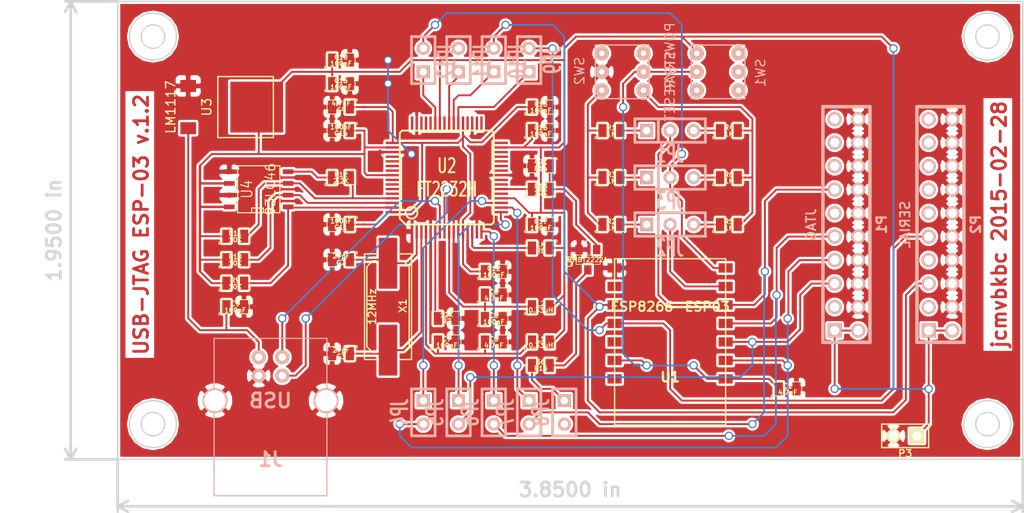
<source format=kicad_pcb>
(kicad_pcb (version 3) (host pcbnew "(2013-june-11)-stable")
  (layers (15 F.Cu signal) (0 B.Cu signal hide) (18 B.Paste user) (19 F.Paste user) (20 B.SilkS user) (21 F.SilkS user) (22 B.Mask user) (23 F.Mask user) (28 Edge.Cuts user))
  (net 0 "")
  (net 1 +1.8V)
  (net 2 +3.3V)
  (net 3 /FT_DTR)
  (net 4 /FT_MTCK)
  (net 5 /FT_MTDI)
  (net 6 /FT_MTDO)
  (net 7 /FT_MTMS)
  (net 8 /FT_RTS)
  (net 9 /FT_RXD)
  (net 10 /FT_SRST)
  (net 11 /FT_TXD)
  (net 12 /GPIO0)
  (net 13 /GPIO2)
  (net 14 /MTCK)
  (net 15 /MTDI)
  (net 16 /MTDO)
  (net 17 /MTMS)
  (net 18 /RESET)
  (net 19 /RX)
  (net 20 /SRST)
  (net 21 /TX)
  (net 22 GND)
  (net 23 N-000001)
  (net 24 N-0000010)
  (net 25 N-0000011)
  (net 26 N-0000012)
  (net 27 N-0000013)
  (net 28 N-0000014)
  (net 29 N-000002)
  (net 30 N-000003)
  (net 31 N-0000034)
  (net 32 N-0000035)
  (net 33 N-000004)
  (net 34 N-0000060)
  (net 35 N-0000063)
  (net 36 N-0000065)
  (net 37 N-0000068)
  (net 38 N-0000069)
  (net 39 N-000007)
  (net 40 N-0000070)
  (net 41 N-0000071)
  (net 42 N-0000072)
  (net 43 N-000008)
  (net 44 N-0000088)
  (net 45 N-000009)
  (net 46 N-0000092)
  (module VQFP64 (layer F.Cu) (at 217.17 38.1)
    (fp_text reference U2 (at 0 -1.26746) (layer F.SilkS) (effects (font (size 1.524 1.016) (thickness 0.2032))))
    (fp_text value FT2232H (at 0 1.27) (layer F.SilkS) (effects (font (size 1.524 1.016) (thickness 0.2032))))
    (pad 54 smd rect (at -5.842 -1.2446) (size 1.524 0.254) (layers F.Cu F.Paste F.Mask))
    (pad 55 smd rect (at -5.842 -0.7493) (size 1.524 0.254) (layers F.Cu F.Paste F.Mask))
    (pad 56 smd rect (at -5.842 -0.254) (size 1.524 0.254) (layers F.Cu F.Paste F.Mask) (net 2 +3.3V))
    (pad 57 smd rect (at -5.842 0.254) (size 1.524 0.254) (layers F.Cu F.Paste F.Mask))
    (pad 58 smd rect (at -5.842 0.7493) (size 1.524 0.254) (layers F.Cu F.Paste F.Mask))
    (pad 59 smd rect (at -5.842 1.2446) (size 1.524 0.254) (layers F.Cu F.Paste F.Mask))
    (pad 60 smd rect (at -5.842 1.7526) (size 1.524 0.254) (layers F.Cu F.Paste F.Mask))
    (pad 61 smd rect (at -5.842 2.2479) (size 1.524 0.254) (layers F.Cu F.Paste F.Mask) (net 30 N-000003))
    (pad 62 smd rect (at -5.842 2.7432) (size 1.524 0.254) (layers F.Cu F.Paste F.Mask) (net 29 N-000002))
    (pad 63 smd rect (at -5.842 3.2512) (size 1.524 0.254) (layers F.Cu F.Paste F.Mask) (net 23 N-000001))
    (pad 64 smd rect (at -5.842 3.7465) (size 1.524 0.254) (layers F.Cu F.Paste F.Mask) (net 1 +1.8V))
    (pad 27 smd rect (at 5.842 -1.2446) (size 1.524 0.254) (layers F.Cu F.Paste F.Mask))
    (pad 26 smd rect (at 5.842 -0.7493) (size 1.524 0.254) (layers F.Cu F.Paste F.Mask))
    (pad 25 smd rect (at 5.842 -0.254) (size 1.524 0.254) (layers F.Cu F.Paste F.Mask) (net 22 GND))
    (pad 24 smd rect (at 5.842 0.254) (size 1.524 0.254) (layers F.Cu F.Paste F.Mask))
    (pad 23 smd rect (at 5.842 0.7493) (size 1.524 0.254) (layers F.Cu F.Paste F.Mask))
    (pad 22 smd rect (at 5.842 1.2446) (size 1.524 0.254) (layers F.Cu F.Paste F.Mask) (net 10 /FT_SRST))
    (pad 21 smd rect (at 5.842 1.7526) (size 1.524 0.254) (layers F.Cu F.Paste F.Mask))
    (pad 20 smd rect (at 5.842 2.2479) (size 1.524 0.254) (layers F.Cu F.Paste F.Mask) (net 2 +3.3V))
    (pad 19 smd rect (at 5.842 2.7432) (size 1.524 0.254) (layers F.Cu F.Paste F.Mask) (net 7 /FT_MTMS))
    (pad 18 smd rect (at 5.842 3.2512) (size 1.524 0.254) (layers F.Cu F.Paste F.Mask) (net 6 /FT_MTDO))
    (pad 17 smd rect (at 5.842 3.7465) (size 1.524 0.254) (layers F.Cu F.Paste F.Mask) (net 5 /FT_MTDI))
    (pad 48 smd rect (at -3.7465 -5.842) (size 0.254 1.524) (layers F.Cu F.Paste F.Mask))
    (pad 47 smd rect (at -3.2512 -5.842) (size 0.254 1.524) (layers F.Cu F.Paste F.Mask) (net 22 GND))
    (pad 46 smd rect (at -2.7432 -5.842) (size 0.254 1.524) (layers F.Cu F.Paste F.Mask))
    (pad 45 smd rect (at -2.2479 -5.842) (size 0.254 1.524) (layers F.Cu F.Paste F.Mask))
    (pad 44 smd rect (at -1.7526 -5.842) (size 0.254 1.524) (layers F.Cu F.Paste F.Mask))
    (pad 43 smd rect (at -1.2446 -5.842) (size 0.254 1.524) (layers F.Cu F.Paste F.Mask) (net 3 /FT_DTR))
    (pad 42 smd rect (at -0.7493 -5.842) (size 0.254 1.524) (layers F.Cu F.Paste F.Mask) (net 2 +3.3V))
    (pad 41 smd rect (at -0.254 -5.842) (size 0.254 1.524) (layers F.Cu F.Paste F.Mask))
    (pad 40 smd rect (at 0.254 -5.842) (size 0.254 1.524) (layers F.Cu F.Paste F.Mask) (net 8 /FT_RTS))
    (pad 39 smd rect (at 0.7493 -5.842) (size 0.254 1.524) (layers F.Cu F.Paste F.Mask) (net 9 /FT_RXD))
    (pad 38 smd rect (at 1.2446 -5.842) (size 0.254 1.524) (layers F.Cu F.Paste F.Mask) (net 11 /FT_TXD))
    (pad 11 smd rect (at 1.2446 5.842) (size 0.254 1.524) (layers F.Cu F.Paste F.Mask) (net 22 GND))
    (pad 10 smd rect (at 0.7493 5.842) (size 0.254 1.524) (layers F.Cu F.Paste F.Mask) (net 22 GND))
    (pad 9 smd rect (at 0.254 5.842) (size 0.254 1.524) (layers F.Cu F.Paste F.Mask) (net 24 N-0000010))
    (pad 8 smd rect (at -0.254 5.842) (size 0.254 1.524) (layers F.Cu F.Paste F.Mask) (net 26 N-0000012))
    (pad 7 smd rect (at -0.7493 5.842) (size 0.254 1.524) (layers F.Cu F.Paste F.Mask) (net 39 N-000007))
    (pad 6 smd rect (at -1.2446 5.842) (size 0.254 1.524) (layers F.Cu F.Paste F.Mask) (net 27 N-0000013))
    (pad 5 smd rect (at -1.7526 5.842) (size 0.254 1.524) (layers F.Cu F.Paste F.Mask) (net 22 GND))
    (pad 4 smd rect (at -2.2479 5.842) (size 0.254 1.524) (layers F.Cu F.Paste F.Mask) (net 25 N-0000011))
    (pad 3 smd rect (at -2.7432 5.842) (size 0.254 1.524) (layers F.Cu F.Paste F.Mask) (net 45 N-000009))
    (pad 2 smd rect (at -3.2512 5.842) (size 0.254 1.524) (layers F.Cu F.Paste F.Mask) (net 34 N-0000060))
    (pad 1 smd rect (at -3.7465 5.842) (size 0.254 1.524) (layers F.Cu F.Paste F.Mask) (net 22 GND))
    (pad 12 smd rect (at 1.7526 5.842) (size 0.254 1.524) (layers F.Cu F.Paste F.Mask) (net 1 +1.8V))
    (pad 13 smd rect (at 2.2479 5.842) (size 0.254 1.524) (layers F.Cu F.Paste F.Mask) (net 22 GND))
    (pad 14 smd rect (at 2.7432 5.842) (size 0.254 1.524) (layers F.Cu F.Paste F.Mask) (net 28 N-0000014))
    (pad 15 smd rect (at 3.2512 5.842) (size 0.254 1.524) (layers F.Cu F.Paste F.Mask) (net 22 GND))
    (pad 16 smd rect (at 3.7465 5.842) (size 0.254 1.524) (layers F.Cu F.Paste F.Mask) (net 4 /FT_MTCK))
    (pad 33 smd rect (at 3.7465 -5.842) (size 0.254 1.524) (layers F.Cu F.Paste F.Mask))
    (pad 34 smd rect (at 3.2512 -5.842) (size 0.254 1.524) (layers F.Cu F.Paste F.Mask))
    (pad 35 smd rect (at 2.7432 -5.842) (size 0.254 1.524) (layers F.Cu F.Paste F.Mask) (net 22 GND))
    (pad 36 smd rect (at 2.2479 -5.842) (size 0.254 1.524) (layers F.Cu F.Paste F.Mask))
    (pad 37 smd rect (at 1.7526 -5.842) (size 0.254 1.524) (layers F.Cu F.Paste F.Mask) (net 1 +1.8V))
    (pad 28 smd rect (at 5.842 -1.7526) (size 1.524 0.254) (layers F.Cu F.Paste F.Mask))
    (pad 29 smd rect (at 5.842 -2.2479) (size 1.524 0.254) (layers F.Cu F.Paste F.Mask))
    (pad 30 smd rect (at 5.842 -2.7432) (size 1.524 0.254) (layers F.Cu F.Paste F.Mask))
    (pad 31 smd rect (at 5.842 -3.2512) (size 1.524 0.254) (layers F.Cu F.Paste F.Mask) (net 2 +3.3V))
    (pad 32 smd rect (at 5.842 -3.7465) (size 1.524 0.254) (layers F.Cu F.Paste F.Mask))
    (pad 53 smd rect (at -5.842 -1.7526) (size 1.524 0.254) (layers F.Cu F.Paste F.Mask))
    (pad 52 smd rect (at -5.842 -2.2479) (size 1.524 0.254) (layers F.Cu F.Paste F.Mask))
    (pad 51 smd rect (at -5.842 -2.7432) (size 1.524 0.254) (layers F.Cu F.Paste F.Mask) (net 22 GND))
    (pad 50 smd rect (at -5.842 -3.2512) (size 1.524 0.254) (layers F.Cu F.Paste F.Mask) (net 2 +3.3V))
    (pad 49 smd rect (at -5.842 -3.7465) (size 1.524 0.254) (layers F.Cu F.Paste F.Mask) (net 1 +1.8V))
  )
  (module USB_B (layer B.Cu) (at 198.12 62.23 180)
    (fp_text reference J1 (at 0 -6.35 180) (layer B.SilkS) (effects (font (size 1.524 1.524) (thickness 0.3048)) (justify mirror)))
    (fp_text value USB (at 0 0 180) (layer B.SilkS) (effects (font (size 1.524 1.524) (thickness 0.3048)) (justify mirror)))
    (pad 1 thru_hole circle (at 1.27 4.699 180) (size 1.524 1.524) (drill 0.8128) (layers *.Cu *.Mask B.SilkS) (net 43 N-000008))
    (pad 2 thru_hole circle (at -1.27 4.699 180) (size 1.524 1.524) (drill 0.8128) (layers *.Cu *.Mask B.SilkS) (net 39 N-000007))
    (pad 3 thru_hole circle (at -1.27 2.70002 180) (size 1.524 1.524) (drill 0.8128) (layers *.Cu *.Mask B.SilkS) (net 26 N-0000012))
    (pad 4 thru_hole circle (at 1.27 2.70002 180) (size 1.524 1.524) (drill 0.8128) (layers *.Cu *.Mask B.SilkS) (net 22 GND))
    (pad 5 np_thru_hole circle (at 5.99948 0 180) (size 2.70002 2.70002) (drill 2.30124) (layers *.Cu *.SilkS *.Mask) (net 22 GND))
    (pad 6 thru_hole circle (at -5.99948 0 180) (size 2.70002 2.70002) (drill 2.30124) (layers *.Cu *.Mask B.SilkS) (net 22 GND))
  )
  (module TO252 (layer F.Cu) (at 189.23 30.48 270)
    (fp_text reference U3 (at 0 -2 270) (layer F.SilkS))
    (fp_text value LM1117 (at 0 1.9 270) (layer F.SilkS))
    (pad VO smd rect (at 0 -7.4 270) (size 5.5 5.7) (layers F.Cu F.Paste F.Mask) (net 2 +3.3V))
    (pad VI smd rect (at 2.285 0 270) (size 1.3 1.7) (layers F.Cu F.Paste F.Mask) (net 43 N-000008))
    (pad GND smd rect (at -2.285 0 270) (size 1.3 1.7) (layers F.Cu F.Paste F.Mask) (net 22 GND))
  )
  (module SWITCH_INV2 (layer B.Cu) (at 246.38 26.67 270)
    (fp_text reference SW1 (at 0.1 -4.7 270) (layer B.SilkS) (effects (justify mirror)))
    (fp_text value POWER/RESET (at 0 5.1 270) (layer B.SilkS) (effects (justify mirror)))
    (pad 1 thru_hole circle (at -2 2.2 270) (size 1.524 1.524) (drill 0.6) (layers *.Cu *.Mask B.SilkS) (net 2 +3.3V))
    (pad 2 thru_hole circle (at 0 2.2 270) (size 1.524 1.524) (drill 0.6) (layers *.Cu *.Mask B.SilkS) (net 46 N-0000092))
    (pad 3 thru_hole circle (at 2 2.2 270) (size 1.524 1.524) (drill 0.6) (layers *.Cu *.Mask B.SilkS))
    (pad 4 thru_hole circle (at -2 -2.3 270) (size 1.524 1.524) (drill 0.6) (layers *.Cu *.Mask B.SilkS))
    (pad 5 thru_hole circle (at 0 -2.3 270) (size 1.524 1.524) (drill 0.6) (layers *.Cu *.Mask B.SilkS))
    (pad 6 thru_hole circle (at 2 -2.3 270) (size 1.524 1.524) (drill 0.6) (layers *.Cu *.Mask B.SilkS))
  )
  (module SWITCH_INV2 (layer B.Cu) (at 236.22 26.67 90)
    (fp_text reference SW2 (at 0.1 -4.7 90) (layer B.SilkS) (effects (justify mirror)))
    (fp_text value STRAP (at 0 5.1 90) (layer B.SilkS) (effects (justify mirror)))
    (pad 1 thru_hole circle (at -2 2.2 90) (size 1.524 1.524) (drill 0.6) (layers *.Cu *.Mask B.SilkS) (net 35 N-0000063))
    (pad 2 thru_hole circle (at 0 2.2 90) (size 1.524 1.524) (drill 0.6) (layers *.Cu *.Mask B.SilkS) (net 46 N-0000092))
    (pad 3 thru_hole circle (at 2 2.2 90) (size 1.524 1.524) (drill 0.6) (layers *.Cu *.Mask B.SilkS))
    (pad 4 thru_hole circle (at -2 -2.3 90) (size 1.524 1.524) (drill 0.6) (layers *.Cu *.Mask B.SilkS) (net 44 N-0000088))
    (pad 5 thru_hole circle (at 0 -2.3 90) (size 1.524 1.524) (drill 0.6) (layers *.Cu *.Mask B.SilkS) (net 22 GND))
    (pad 6 thru_hole circle (at 2 -2.3 90) (size 1.524 1.524) (drill 0.6) (layers *.Cu *.Mask B.SilkS))
  )
  (module SO8N (layer F.Cu) (at 196.85 39.37 90)
    (fp_text reference U4 (at 0 -1.27 90) (layer F.SilkS) (effects (font (size 1.143 1.016) (thickness 0.127))))
    (fp_text value 93LC46 (at 0 1.27 90) (layer F.SilkS) (effects (font (size 1.016 1.016) (thickness 0.127))))
    (pad 8 smd rect (at -1.905 -3.175 90) (size 0.508 1.143) (layers F.Cu F.Paste F.Mask) (net 2 +3.3V))
    (pad 7 smd rect (at -0.635 -3.175 90) (size 0.508 1.143) (layers F.Cu F.Paste F.Mask) (net 22 GND))
    (pad 6 smd rect (at 0.635 -3.175 90) (size 0.508 1.143) (layers F.Cu F.Paste F.Mask) (net 2 +3.3V))
    (pad 5 smd rect (at 1.905 -3.175 90) (size 0.508 1.143) (layers F.Cu F.Paste F.Mask) (net 22 GND))
    (pad 4 smd rect (at 1.905 3.175 90) (size 0.508 1.143) (layers F.Cu F.Paste F.Mask) (net 33 N-000004))
    (pad 3 smd rect (at 0.635 3.175 90) (size 0.508 1.143) (layers F.Cu F.Paste F.Mask) (net 30 N-000003))
    (pad 2 smd rect (at -0.635 3.175 90) (size 0.508 1.143) (layers F.Cu F.Paste F.Mask) (net 29 N-000002))
    (pad 1 smd rect (at -1.905 3.175 90) (size 0.508 1.143) (layers F.Cu F.Paste F.Mask) (net 23 N-000001))
  )
  (module SM0805 (layer F.Cu) (at 194.31 52.07)
    (fp_text reference C9 (at 0 -0.3175) (layer F.SilkS) (effects (font (size 0.50038 0.50038) (thickness 0.10922))))
    (fp_text value 100nF (at 0 0.381) (layer F.SilkS) (effects (font (size 0.50038 0.50038) (thickness 0.10922))))
    (pad 1 smd rect (at -0.9525 0) (size 0.889 1.397) (layers F.Cu F.Paste F.Mask) (net 43 N-000008))
    (pad 2 smd rect (at 0.9525 0) (size 0.889 1.397) (layers F.Cu F.Paste F.Mask) (net 22 GND))
  )
  (module SM0805 (layer F.Cu) (at 222.25 53.34)
    (fp_text reference C8 (at 0 -0.3175) (layer F.SilkS) (effects (font (size 0.50038 0.50038) (thickness 0.10922))))
    (fp_text value 100nF (at 0 0.381) (layer F.SilkS) (effects (font (size 0.50038 0.50038) (thickness 0.10922))))
    (pad 1 smd rect (at -0.9525 0) (size 0.889 1.397) (layers F.Cu F.Paste F.Mask) (net 24 N-0000010))
    (pad 2 smd rect (at 0.9525 0) (size 0.889 1.397) (layers F.Cu F.Paste F.Mask) (net 22 GND))
  )
  (module SM0805 (layer F.Cu) (at 205.74 57.15 180)
    (fp_text reference C3 (at 0 -0.3175 180) (layer F.SilkS) (effects (font (size 0.50038 0.50038) (thickness 0.10922))))
    (fp_text value 27pF (at 0 0.381 180) (layer F.SilkS) (effects (font (size 0.50038 0.50038) (thickness 0.10922))))
    (pad 1 smd rect (at -0.9525 0 180) (size 0.889 1.397) (layers F.Cu F.Paste F.Mask) (net 45 N-000009))
    (pad 2 smd rect (at 0.9525 0 180) (size 0.889 1.397) (layers F.Cu F.Paste F.Mask) (net 22 GND))
  )
  (module SM0805 (layer F.Cu) (at 205.74 46.99 180)
    (fp_text reference C2 (at 0 -0.3175 180) (layer F.SilkS) (effects (font (size 0.50038 0.50038) (thickness 0.10922))))
    (fp_text value 27pF (at 0 0.381 180) (layer F.SilkS) (effects (font (size 0.50038 0.50038) (thickness 0.10922))))
    (pad 1 smd rect (at -0.9525 0 180) (size 0.889 1.397) (layers F.Cu F.Paste F.Mask) (net 34 N-0000060))
    (pad 2 smd rect (at 0.9525 0 180) (size 0.889 1.397) (layers F.Cu F.Paste F.Mask) (net 22 GND))
  )
  (module SM0805 (layer F.Cu) (at 227.33 45.72 180)
    (fp_text reference R8 (at 0 -0.3175 180) (layer F.SilkS) (effects (font (size 0.50038 0.50038) (thickness 0.10922))))
    (fp_text value 1K (at 0 0.381 180) (layer F.SilkS) (effects (font (size 0.50038 0.50038) (thickness 0.10922))))
    (pad 1 smd rect (at -0.9525 0 180) (size 0.889 1.397) (layers F.Cu F.Paste F.Mask) (net 2 +3.3V))
    (pad 2 smd rect (at 0.9525 0 180) (size 0.889 1.397) (layers F.Cu F.Paste F.Mask) (net 28 N-0000014))
  )
  (module SM0805 (layer F.Cu) (at 217.17 53.34 180)
    (fp_text reference R7 (at 0 -0.3175 180) (layer F.SilkS) (effects (font (size 0.50038 0.50038) (thickness 0.10922))))
    (fp_text value 12K (at 0 0.381 180) (layer F.SilkS) (effects (font (size 0.50038 0.50038) (thickness 0.10922))))
    (pad 1 smd rect (at -0.9525 0 180) (size 0.889 1.397) (layers F.Cu F.Paste F.Mask) (net 22 GND))
    (pad 2 smd rect (at 0.9525 0 180) (size 0.889 1.397) (layers F.Cu F.Paste F.Mask) (net 27 N-0000013))
  )
  (module SM0805 (layer F.Cu) (at 205.74 25.4)
    (fp_text reference C10 (at 0 -0.3175) (layer F.SilkS) (effects (font (size 0.50038 0.50038) (thickness 0.10922))))
    (fp_text value 100nF (at 0 0.381) (layer F.SilkS) (effects (font (size 0.50038 0.50038) (thickness 0.10922))))
    (pad 1 smd rect (at -0.9525 0) (size 0.889 1.397) (layers F.Cu F.Paste F.Mask) (net 2 +3.3V))
    (pad 2 smd rect (at 0.9525 0) (size 0.889 1.397) (layers F.Cu F.Paste F.Mask) (net 22 GND))
  )
  (module SM0805 (layer F.Cu) (at 222.25 55.88)
    (fp_text reference C5 (at 0 -0.3175) (layer F.SilkS) (effects (font (size 0.50038 0.50038) (thickness 0.10922))))
    (fp_text value 4.7uF (at 0 0.381) (layer F.SilkS) (effects (font (size 0.50038 0.50038) (thickness 0.10922))))
    (pad 1 smd rect (at -0.9525 0) (size 0.889 1.397) (layers F.Cu F.Paste F.Mask) (net 25 N-0000011))
    (pad 2 smd rect (at 0.9525 0) (size 0.889 1.397) (layers F.Cu F.Paste F.Mask) (net 22 GND))
  )
  (module SM0805 (layer F.Cu) (at 205.74 38.1)
    (fp_text reference R12 (at 0 -0.3175) (layer F.SilkS) (effects (font (size 0.50038 0.50038) (thickness 0.10922))))
    (fp_text value 2.2K (at 0 0.381) (layer F.SilkS) (effects (font (size 0.50038 0.50038) (thickness 0.10922))))
    (pad 1 smd rect (at -0.9525 0) (size 0.889 1.397) (layers F.Cu F.Paste F.Mask) (net 33 N-000004))
    (pad 2 smd rect (at 0.9525 0) (size 0.889 1.397) (layers F.Cu F.Paste F.Mask) (net 30 N-000003))
  )
  (module SM0805 (layer F.Cu) (at 194.31 49.53)
    (fp_text reference R9 (at 0 -0.3175) (layer F.SilkS) (effects (font (size 0.50038 0.50038) (thickness 0.10922))))
    (fp_text value 10K (at 0 0.381) (layer F.SilkS) (effects (font (size 0.50038 0.50038) (thickness 0.10922))))
    (pad 1 smd rect (at -0.9525 0) (size 0.889 1.397) (layers F.Cu F.Paste F.Mask) (net 2 +3.3V))
    (pad 2 smd rect (at 0.9525 0) (size 0.889 1.397) (layers F.Cu F.Paste F.Mask) (net 23 N-000001))
  )
  (module SM0805 (layer F.Cu) (at 194.31 46.99)
    (fp_text reference R10 (at 0 -0.3175) (layer F.SilkS) (effects (font (size 0.50038 0.50038) (thickness 0.10922))))
    (fp_text value 10K (at 0 0.381) (layer F.SilkS) (effects (font (size 0.50038 0.50038) (thickness 0.10922))))
    (pad 1 smd rect (at -0.9525 0) (size 0.889 1.397) (layers F.Cu F.Paste F.Mask) (net 2 +3.3V))
    (pad 2 smd rect (at 0.9525 0) (size 0.889 1.397) (layers F.Cu F.Paste F.Mask) (net 29 N-000002))
  )
  (module SM0805 (layer F.Cu) (at 194.31 44.45)
    (fp_text reference R11 (at 0 -0.3175) (layer F.SilkS) (effects (font (size 0.50038 0.50038) (thickness 0.10922))))
    (fp_text value 10K (at 0 0.381) (layer F.SilkS) (effects (font (size 0.50038 0.50038) (thickness 0.10922))))
    (pad 1 smd rect (at -0.9525 0) (size 0.889 1.397) (layers F.Cu F.Paste F.Mask) (net 2 +3.3V))
    (pad 2 smd rect (at 0.9525 0) (size 0.889 1.397) (layers F.Cu F.Paste F.Mask) (net 30 N-000003))
  )
  (module SM0805 (layer F.Cu) (at 205.74 43.18 180)
    (fp_text reference C11 (at 0 -0.3175 180) (layer F.SilkS) (effects (font (size 0.50038 0.50038) (thickness 0.10922))))
    (fp_text value 100nF (at 0 0.381 180) (layer F.SilkS) (effects (font (size 0.50038 0.50038) (thickness 0.10922))))
    (pad 1 smd rect (at -0.9525 0 180) (size 0.889 1.397) (layers F.Cu F.Paste F.Mask) (net 1 +1.8V))
    (pad 2 smd rect (at 0.9525 0 180) (size 0.889 1.397) (layers F.Cu F.Paste F.Mask) (net 22 GND))
  )
  (module SM0805 (layer F.Cu) (at 222.25 48.26)
    (fp_text reference C12 (at 0 -0.3175) (layer F.SilkS) (effects (font (size 0.50038 0.50038) (thickness 0.10922))))
    (fp_text value 100nF (at 0 0.381) (layer F.SilkS) (effects (font (size 0.50038 0.50038) (thickness 0.10922))))
    (pad 1 smd rect (at -0.9525 0) (size 0.889 1.397) (layers F.Cu F.Paste F.Mask) (net 1 +1.8V))
    (pad 2 smd rect (at 0.9525 0) (size 0.889 1.397) (layers F.Cu F.Paste F.Mask) (net 22 GND))
  )
  (module SM0805 (layer F.Cu) (at 227.33 30.48)
    (fp_text reference C13 (at 0 -0.3175) (layer F.SilkS) (effects (font (size 0.50038 0.50038) (thickness 0.10922))))
    (fp_text value 100nF (at 0 0.381) (layer F.SilkS) (effects (font (size 0.50038 0.50038) (thickness 0.10922))))
    (pad 1 smd rect (at -0.9525 0) (size 0.889 1.397) (layers F.Cu F.Paste F.Mask) (net 1 +1.8V))
    (pad 2 smd rect (at 0.9525 0) (size 0.889 1.397) (layers F.Cu F.Paste F.Mask) (net 22 GND))
  )
  (module SM0805 (layer F.Cu) (at 205.74 33.02 180)
    (fp_text reference C14 (at 0 -0.3175 180) (layer F.SilkS) (effects (font (size 0.50038 0.50038) (thickness 0.10922))))
    (fp_text value 100nF (at 0 0.381 180) (layer F.SilkS) (effects (font (size 0.50038 0.50038) (thickness 0.10922))))
    (pad 1 smd rect (at -0.9525 0 180) (size 0.889 1.397) (layers F.Cu F.Paste F.Mask) (net 2 +3.3V))
    (pad 2 smd rect (at 0.9525 0 180) (size 0.889 1.397) (layers F.Cu F.Paste F.Mask) (net 22 GND))
  )
  (module SM0805 (layer F.Cu) (at 234.95 33.02)
    (fp_text reference R1 (at 0 -0.3175) (layer F.SilkS) (effects (font (size 0.50038 0.50038) (thickness 0.10922))))
    (fp_text value 1K (at 0 0.381) (layer F.SilkS) (effects (font (size 0.50038 0.50038) (thickness 0.10922))))
    (pad 1 smd rect (at -0.9525 0) (size 0.889 1.397) (layers F.Cu F.Paste F.Mask) (net 44 N-0000088))
    (pad 2 smd rect (at 0.9525 0) (size 0.889 1.397) (layers F.Cu F.Paste F.Mask) (net 37 N-0000068))
  )
  (module SM0805 (layer F.Cu) (at 227.33 43.18)
    (fp_text reference C17 (at 0 -0.3175) (layer F.SilkS) (effects (font (size 0.50038 0.50038) (thickness 0.10922))))
    (fp_text value 100nF (at 0 0.381) (layer F.SilkS) (effects (font (size 0.50038 0.50038) (thickness 0.10922))))
    (pad 1 smd rect (at -0.9525 0) (size 0.889 1.397) (layers F.Cu F.Paste F.Mask) (net 2 +3.3V))
    (pad 2 smd rect (at 0.9525 0) (size 0.889 1.397) (layers F.Cu F.Paste F.Mask) (net 22 GND))
  )
  (module SM0805 (layer F.Cu) (at 227.33 33.02)
    (fp_text reference C16 (at 0 -0.3175) (layer F.SilkS) (effects (font (size 0.50038 0.50038) (thickness 0.10922))))
    (fp_text value 100nF (at 0 0.381) (layer F.SilkS) (effects (font (size 0.50038 0.50038) (thickness 0.10922))))
    (pad 1 smd rect (at -0.9525 0) (size 0.889 1.397) (layers F.Cu F.Paste F.Mask) (net 2 +3.3V))
    (pad 2 smd rect (at 0.9525 0) (size 0.889 1.397) (layers F.Cu F.Paste F.Mask) (net 22 GND))
  )
  (module SM0805 (layer F.Cu) (at 205.74 27.94)
    (fp_text reference C15 (at 0 -0.3175) (layer F.SilkS) (effects (font (size 0.50038 0.50038) (thickness 0.10922))))
    (fp_text value 100nF (at 0 0.381) (layer F.SilkS) (effects (font (size 0.50038 0.50038) (thickness 0.10922))))
    (pad 1 smd rect (at -0.9525 0) (size 0.889 1.397) (layers F.Cu F.Paste F.Mask) (net 2 +3.3V))
    (pad 2 smd rect (at 0.9525 0) (size 0.889 1.397) (layers F.Cu F.Paste F.Mask) (net 22 GND))
  )
  (module SM0805 (layer F.Cu) (at 247.65 33.02)
    (fp_text reference R4 (at 0 -0.3175) (layer F.SilkS) (effects (font (size 0.50038 0.50038) (thickness 0.10922))))
    (fp_text value 1K (at 0 0.381) (layer F.SilkS) (effects (font (size 0.50038 0.50038) (thickness 0.10922))))
    (pad 1 smd rect (at -0.9525 0) (size 0.889 1.397) (layers F.Cu F.Paste F.Mask) (net 38 N-0000069))
    (pad 2 smd rect (at 0.9525 0) (size 0.889 1.397) (layers F.Cu F.Paste F.Mask) (net 35 N-0000063))
  )
  (module SM0805 (layer F.Cu) (at 247.65 43.18)
    (fp_text reference R5 (at 0 -0.3175) (layer F.SilkS) (effects (font (size 0.50038 0.50038) (thickness 0.10922))))
    (fp_text value 1K (at 0 0.381) (layer F.SilkS) (effects (font (size 0.50038 0.50038) (thickness 0.10922))))
    (pad 1 smd rect (at -0.9525 0) (size 0.889 1.397) (layers F.Cu F.Paste F.Mask) (net 41 N-0000071))
    (pad 2 smd rect (at 0.9525 0) (size 0.889 1.397) (layers F.Cu F.Paste F.Mask) (net 35 N-0000063))
  )
  (module SM0805 (layer F.Cu) (at 247.65 38.1)
    (fp_text reference R6 (at 0 -0.3175) (layer F.SilkS) (effects (font (size 0.50038 0.50038) (thickness 0.10922))))
    (fp_text value 1K (at 0 0.381) (layer F.SilkS) (effects (font (size 0.50038 0.50038) (thickness 0.10922))))
    (pad 1 smd rect (at -0.9525 0) (size 0.889 1.397) (layers F.Cu F.Paste F.Mask) (net 42 N-0000072))
    (pad 2 smd rect (at 0.9525 0) (size 0.889 1.397) (layers F.Cu F.Paste F.Mask) (net 35 N-0000063))
  )
  (module SM0805 (layer F.Cu) (at 217.17 55.88)
    (fp_text reference C7 (at 0 -0.3175) (layer F.SilkS) (effects (font (size 0.50038 0.50038) (thickness 0.10922))))
    (fp_text value 100nF (at 0 0.381) (layer F.SilkS) (effects (font (size 0.50038 0.50038) (thickness 0.10922))))
    (pad 1 smd rect (at -0.9525 0) (size 0.889 1.397) (layers F.Cu F.Paste F.Mask) (net 25 N-0000011))
    (pad 2 smd rect (at 0.9525 0) (size 0.889 1.397) (layers F.Cu F.Paste F.Mask) (net 22 GND))
  )
  (module SM0805 (layer F.Cu) (at 234.95 43.18)
    (fp_text reference R2 (at 0 -0.3175) (layer F.SilkS) (effects (font (size 0.50038 0.50038) (thickness 0.10922))))
    (fp_text value 1K (at 0 0.381) (layer F.SilkS) (effects (font (size 0.50038 0.50038) (thickness 0.10922))))
    (pad 1 smd rect (at -0.9525 0) (size 0.889 1.397) (layers F.Cu F.Paste F.Mask) (net 44 N-0000088))
    (pad 2 smd rect (at 0.9525 0) (size 0.889 1.397) (layers F.Cu F.Paste F.Mask) (net 40 N-0000070))
  )
  (module SM0805 (layer F.Cu) (at 234.95 38.1)
    (fp_text reference R3 (at 0 -0.3175) (layer F.SilkS) (effects (font (size 0.50038 0.50038) (thickness 0.10922))))
    (fp_text value 1K (at 0 0.381) (layer F.SilkS) (effects (font (size 0.50038 0.50038) (thickness 0.10922))))
    (pad 1 smd rect (at -0.9525 0) (size 0.889 1.397) (layers F.Cu F.Paste F.Mask) (net 44 N-0000088))
    (pad 2 smd rect (at 0.9525 0) (size 0.889 1.397) (layers F.Cu F.Paste F.Mask) (net 36 N-0000065))
  )
  (module SM0805 (layer F.Cu) (at 254 60.96)
    (fp_text reference C1 (at 0 -0.3175) (layer F.SilkS) (effects (font (size 0.50038 0.50038) (thickness 0.10922))))
    (fp_text value 4.7uF (at 0 0.381) (layer F.SilkS) (effects (font (size 0.50038 0.50038) (thickness 0.10922))))
    (pad 1 smd rect (at -0.9525 0) (size 0.889 1.397) (layers F.Cu F.Paste F.Mask) (net 46 N-0000092))
    (pad 2 smd rect (at 0.9525 0) (size 0.889 1.397) (layers F.Cu F.Paste F.Mask) (net 22 GND))
  )
  (module SM0805 (layer F.Cu) (at 205.74 30.48 180)
    (fp_text reference C4 (at 0 -0.3175 180) (layer F.SilkS) (effects (font (size 0.50038 0.50038) (thickness 0.10922))))
    (fp_text value 4.7uF (at 0 0.381 180) (layer F.SilkS) (effects (font (size 0.50038 0.50038) (thickness 0.10922))))
    (pad 1 smd rect (at -0.9525 0 180) (size 0.889 1.397) (layers F.Cu F.Paste F.Mask) (net 1 +1.8V))
    (pad 2 smd rect (at 0.9525 0 180) (size 0.889 1.397) (layers F.Cu F.Paste F.Mask) (net 22 GND))
  )
  (module SM0805 (layer F.Cu) (at 227.33 55.88)
    (fp_text reference L1 (at 0 -0.3175) (layer F.SilkS) (effects (font (size 0.50038 0.50038) (thickness 0.10922))))
    (fp_text value 0.33uH (at 0 0.381) (layer F.SilkS) (effects (font (size 0.50038 0.50038) (thickness 0.10922))))
    (pad 1 smd rect (at -0.9525 0) (size 0.889 1.397) (layers F.Cu F.Paste F.Mask) (net 25 N-0000011))
    (pad 2 smd rect (at 0.9525 0) (size 0.889 1.397) (layers F.Cu F.Paste F.Mask) (net 2 +3.3V))
  )
  (module SM0805 (layer F.Cu) (at 227.33 52.07)
    (fp_text reference L2 (at 0 -0.3175) (layer F.SilkS) (effects (font (size 0.50038 0.50038) (thickness 0.10922))))
    (fp_text value 0.33uH (at 0 0.381) (layer F.SilkS) (effects (font (size 0.50038 0.50038) (thickness 0.10922))))
    (pad 1 smd rect (at -0.9525 0) (size 0.889 1.397) (layers F.Cu F.Paste F.Mask) (net 24 N-0000010))
    (pad 2 smd rect (at 0.9525 0) (size 0.889 1.397) (layers F.Cu F.Paste F.Mask) (net 2 +3.3V))
  )
  (module SM0805 (layer F.Cu) (at 222.25 50.8)
    (fp_text reference C6 (at 0 -0.3175) (layer F.SilkS) (effects (font (size 0.50038 0.50038) (thickness 0.10922))))
    (fp_text value 4.7uF (at 0 0.381) (layer F.SilkS) (effects (font (size 0.50038 0.50038) (thickness 0.10922))))
    (pad 1 smd rect (at -0.9525 0) (size 0.889 1.397) (layers F.Cu F.Paste F.Mask) (net 24 N-0000010))
    (pad 2 smd rect (at 0.9525 0) (size 0.889 1.397) (layers F.Cu F.Paste F.Mask) (net 22 GND))
  )
  (module SIL-3 (layer B.Cu) (at 241.3 38.1)
    (fp_text reference JP3 (at 0 2.54) (layer B.SilkS) (effects (font (size 1.7907 1.07696) (thickness 0.3048)) (justify mirror)))
    (fp_text value GPIO0 hide)
    (pad 1 thru_hole rect (at -2.54 0) (size 1.397 1.397) (drill 0.8128) (layers *.Cu *.Mask B.SilkS) (net 36 N-0000065))
    (pad 2 thru_hole circle (at 0 0) (size 1.397 1.397) (drill 0.8128) (layers *.Cu *.Mask B.SilkS) (net 12 /GPIO0))
    (pad 3 thru_hole circle (at 2.54 0) (size 1.397 1.397) (drill 0.8128) (layers *.Cu *.Mask B.SilkS) (net 42 N-0000072))
  )
  (module SIL-3 (layer B.Cu) (at 241.3 43.18)
    (fp_text reference JP2 (at 0 2.54) (layer B.SilkS) (effects (font (size 1.7907 1.07696) (thickness 0.3048)) (justify mirror)))
    (fp_text value GPIO2 hide)
    (pad 1 thru_hole rect (at -2.54 0) (size 1.397 1.397) (drill 0.8128) (layers *.Cu *.Mask B.SilkS) (net 40 N-0000070))
    (pad 2 thru_hole circle (at 0 0) (size 1.397 1.397) (drill 0.8128) (layers *.Cu *.Mask B.SilkS) (net 13 /GPIO2))
    (pad 3 thru_hole circle (at 2.54 0) (size 1.397 1.397) (drill 0.8128) (layers *.Cu *.Mask B.SilkS) (net 41 N-0000071))
  )
  (module SIL-3 (layer B.Cu) (at 241.3 33.02)
    (fp_text reference JP1 (at 0 2.54) (layer B.SilkS) (effects (font (size 1.7907 1.07696) (thickness 0.3048)) (justify mirror)))
    (fp_text value MTDO hide)
    (pad 1 thru_hole rect (at -2.54 0) (size 1.397 1.397) (drill 0.8128) (layers *.Cu *.Mask B.SilkS) (net 37 N-0000068))
    (pad 2 thru_hole circle (at 0 0) (size 1.397 1.397) (drill 0.8128) (layers *.Cu *.Mask B.SilkS) (net 16 /MTDO))
    (pad 3 thru_hole circle (at 2.54 0) (size 1.397 1.397) (drill 0.8128) (layers *.Cu *.Mask B.SilkS) (net 38 N-0000069))
  )
  (module Q_49U3HMS (layer F.Cu) (at 210.82 52.07 270)
    (fp_text reference X1 (at -0.1 -1.6 270) (layer F.SilkS) (effects (font (size 0.8 0.8))))
    (fp_text value 12MHz (at 0 1.7 270) (layer F.SilkS) (effects (font (size 0.8 0.8))))
    (pad 1 smd rect (at -4.699 0 270) (size 5.4991 1.99898) (layers F.Cu F.Paste F.Mask) (net 34 N-0000060))
    (pad 2 smd rect (at 4.699 0 270) (size 5.4991 1.99898) (layers F.Cu F.Paste F.Mask) (net 45 N-000009))
  )
  (module PIN_ARRAY_2X1 (layer F.Cu) (at 266.7 66.04 180)
    (fp_text reference P3 (at 0 -1.905 180) (layer F.SilkS) (effects (font (size 0.762 0.762) (thickness 0.1524))))
    (fp_text value CONN_2 hide)
    (pad 1 thru_hole rect (at -1.27 0 180) (size 1.524 1.524) (drill 1.016) (layers *.Cu *.Mask F.SilkS) (net 2 +3.3V))
    (pad 2 thru_hole circle (at 1.27 0 180) (size 1.524 1.524) (drill 1.016) (layers *.Cu *.Mask F.SilkS) (net 22 GND))
  )
  (module pin_array_10x2 (layer B.Cu) (at 270.51 43.18 90)
    (fp_text reference P2 (at 0 3.81 90) (layer B.SilkS) (effects (font (size 1.016 1.016) (thickness 0.254)) (justify mirror)))
    (fp_text value SERIAL (at 0 -3.81 90) (layer B.SilkS) (effects (font (size 1.016 1.016) (thickness 0.2032)) (justify mirror)))
    (pad 1 thru_hole rect (at -11.47 -1.27 90) (size 1.524 1.524) (drill 1.016) (layers *.Cu *.Mask B.SilkS) (net 2 +3.3V))
    (pad 2 thru_hole circle (at -11.47 1.27 90) (size 1.524 1.524) (drill 1.016) (layers *.Cu *.Mask B.SilkS) (net 2 +3.3V))
    (pad 3 thru_hole circle (at -8.93 -1.27 90) (size 1.524 1.524) (drill 1.016) (layers *.Cu *.Mask B.SilkS))
    (pad 4 thru_hole circle (at -8.93 1.27 90) (size 1.524 1.524) (drill 1.016) (layers *.Cu *.Mask B.SilkS) (net 22 GND))
    (pad 5 thru_hole circle (at -6.39 -1.27 90) (size 1.524 1.524) (drill 1.016) (layers *.Cu *.Mask B.SilkS) (net 19 /RX))
    (pad 6 thru_hole circle (at -6.39 1.27 90) (size 1.524 1.524) (drill 1.016) (layers *.Cu *.Mask B.SilkS) (net 22 GND))
    (pad 7 thru_hole circle (at -3.85 -1.27 90) (size 1.524 1.524) (drill 1.016) (layers *.Cu *.Mask B.SilkS))
    (pad 8 thru_hole circle (at -3.85 1.27 90) (size 1.524 1.524) (drill 1.016) (layers *.Cu *.Mask B.SilkS) (net 22 GND))
    (pad 9 thru_hole circle (at -1.31 -1.27 90) (size 1.524 1.524) (drill 1.016) (layers *.Cu *.Mask B.SilkS) (net 21 /TX))
    (pad 10 thru_hole circle (at -1.31 1.27 90) (size 1.524 1.524) (drill 1.016) (layers *.Cu *.Mask B.SilkS) (net 22 GND))
    (pad 11 thru_hole circle (at 1.23 -1.27 90) (size 1.524 1.524) (drill 1.016) (layers *.Cu *.Mask B.SilkS))
    (pad 12 thru_hole circle (at 1.23 1.27 90) (size 1.524 1.524) (drill 1.016) (layers *.Cu *.Mask B.SilkS) (net 22 GND))
    (pad 13 thru_hole circle (at 3.77 -1.27 90) (size 1.524 1.524) (drill 1.016) (layers *.Cu *.Mask B.SilkS))
    (pad 14 thru_hole circle (at 3.77 1.27 90) (size 1.524 1.524) (drill 1.016) (layers *.Cu *.Mask B.SilkS) (net 22 GND))
    (pad 15 thru_hole circle (at 6.31 -1.27 90) (size 1.524 1.524) (drill 1.016) (layers *.Cu *.Mask B.SilkS))
    (pad 16 thru_hole circle (at 6.31 1.27 90) (size 1.524 1.524) (drill 1.016) (layers *.Cu *.Mask B.SilkS) (net 22 GND))
    (pad 17 thru_hole circle (at 8.85 -1.27 90) (size 1.524 1.524) (drill 1.016) (layers *.Cu *.Mask B.SilkS))
    (pad 18 thru_hole circle (at 8.85 1.27 90) (size 1.524 1.524) (drill 1.016) (layers *.Cu *.Mask B.SilkS) (net 22 GND))
    (pad 19 thru_hole circle (at 11.39 -1.27 90) (size 1.524 1.524) (drill 1.016) (layers *.Cu *.Mask B.SilkS))
    (pad 20 thru_hole circle (at 11.39 1.27 90) (size 1.524 1.524) (drill 1.016) (layers *.Cu *.Mask B.SilkS) (net 22 GND))
  )
  (module pin_array_10x2 (layer B.Cu) (at 260.35 43.18 90)
    (fp_text reference P1 (at 0 3.81 90) (layer B.SilkS) (effects (font (size 1.016 1.016) (thickness 0.254)) (justify mirror)))
    (fp_text value JTAG (at 0 -3.81 90) (layer B.SilkS) (effects (font (size 1.016 1.016) (thickness 0.2032)) (justify mirror)))
    (pad 1 thru_hole rect (at -11.47 -1.27 90) (size 1.524 1.524) (drill 1.016) (layers *.Cu *.Mask B.SilkS) (net 2 +3.3V))
    (pad 2 thru_hole circle (at -11.47 1.27 90) (size 1.524 1.524) (drill 1.016) (layers *.Cu *.Mask B.SilkS) (net 2 +3.3V))
    (pad 3 thru_hole circle (at -8.93 -1.27 90) (size 1.524 1.524) (drill 1.016) (layers *.Cu *.Mask B.SilkS))
    (pad 4 thru_hole circle (at -8.93 1.27 90) (size 1.524 1.524) (drill 1.016) (layers *.Cu *.Mask B.SilkS) (net 22 GND))
    (pad 5 thru_hole circle (at -6.39 -1.27 90) (size 1.524 1.524) (drill 1.016) (layers *.Cu *.Mask B.SilkS) (net 15 /MTDI))
    (pad 6 thru_hole circle (at -6.39 1.27 90) (size 1.524 1.524) (drill 1.016) (layers *.Cu *.Mask B.SilkS) (net 22 GND))
    (pad 7 thru_hole circle (at -3.85 -1.27 90) (size 1.524 1.524) (drill 1.016) (layers *.Cu *.Mask B.SilkS) (net 17 /MTMS))
    (pad 8 thru_hole circle (at -3.85 1.27 90) (size 1.524 1.524) (drill 1.016) (layers *.Cu *.Mask B.SilkS) (net 22 GND))
    (pad 9 thru_hole circle (at -1.31 -1.27 90) (size 1.524 1.524) (drill 1.016) (layers *.Cu *.Mask B.SilkS) (net 14 /MTCK))
    (pad 10 thru_hole circle (at -1.31 1.27 90) (size 1.524 1.524) (drill 1.016) (layers *.Cu *.Mask B.SilkS) (net 22 GND))
    (pad 11 thru_hole circle (at 1.23 -1.27 90) (size 1.524 1.524) (drill 1.016) (layers *.Cu *.Mask B.SilkS))
    (pad 12 thru_hole circle (at 1.23 1.27 90) (size 1.524 1.524) (drill 1.016) (layers *.Cu *.Mask B.SilkS) (net 22 GND))
    (pad 13 thru_hole circle (at 3.77 -1.27 90) (size 1.524 1.524) (drill 1.016) (layers *.Cu *.Mask B.SilkS) (net 16 /MTDO))
    (pad 14 thru_hole circle (at 3.77 1.27 90) (size 1.524 1.524) (drill 1.016) (layers *.Cu *.Mask B.SilkS) (net 22 GND))
    (pad 15 thru_hole circle (at 6.31 -1.27 90) (size 1.524 1.524) (drill 1.016) (layers *.Cu *.Mask B.SilkS))
    (pad 16 thru_hole circle (at 6.31 1.27 90) (size 1.524 1.524) (drill 1.016) (layers *.Cu *.Mask B.SilkS) (net 22 GND))
    (pad 17 thru_hole circle (at 8.85 -1.27 90) (size 1.524 1.524) (drill 1.016) (layers *.Cu *.Mask B.SilkS))
    (pad 18 thru_hole circle (at 8.85 1.27 90) (size 1.524 1.524) (drill 1.016) (layers *.Cu *.Mask B.SilkS) (net 22 GND))
    (pad 19 thru_hole circle (at 11.39 -1.27 90) (size 1.524 1.524) (drill 1.016) (layers *.Cu *.Mask B.SilkS))
    (pad 20 thru_hole circle (at 11.39 1.27 90) (size 1.524 1.524) (drill 1.016) (layers *.Cu *.Mask B.SilkS) (net 22 GND))
  )
  (module esp_03 (layer F.Cu) (at 241.3 55.88 180)
    (fp_text reference U1 (at 0 -3.81 180) (layer F.SilkS) (effects (font (size 1.016 1.016) (thickness 0.254))))
    (fp_text value ESP8266-ESP03 (at 0 3.81 180) (layer F.SilkS) (effects (font (size 1.016 1.016) (thickness 0.2032))))
    (pad 1 smd rect (at 6 8 180) (size 1.524 1) (layers F.Cu F.Paste F.Mask) (net 22 GND))
    (pad 2 smd rect (at 6 6 180) (size 1.524 1) (layers F.Cu F.Paste F.Mask))
    (pad 3 smd rect (at 6 4 180) (size 1.524 1) (layers F.Cu F.Paste F.Mask) (net 19 /RX))
    (pad 4 smd rect (at 6 2 180) (size 1.524 1) (layers F.Cu F.Paste F.Mask) (net 21 /TX))
    (pad 5 smd rect (at 6 0 180) (size 1.524 1) (layers F.Cu F.Paste F.Mask))
    (pad 6 smd rect (at 6 -2 180) (size 1.524 1) (layers F.Cu F.Paste F.Mask) (net 46 N-0000092))
    (pad 7 smd rect (at 6 -4 180) (size 1.524 1) (layers F.Cu F.Paste F.Mask))
    (pad 8 smd rect (at -6 -4 180) (size 1.524 1) (layers F.Cu F.Paste F.Mask) (net 46 N-0000092))
    (pad 9 smd rect (at -6 -2 180) (size 1.524 1) (layers F.Cu F.Paste F.Mask) (net 17 /MTMS))
    (pad 10 smd rect (at -6 0 180) (size 1.524 1) (layers F.Cu F.Paste F.Mask) (net 15 /MTDI))
    (pad 11 smd rect (at -6 2 180) (size 1.524 1) (layers F.Cu F.Paste F.Mask) (net 14 /MTCK))
    (pad 12 smd rect (at -6 4 180) (size 1.524 1) (layers F.Cu F.Paste F.Mask) (net 16 /MTDO))
    (pad 13 smd rect (at -6 6 180) (size 1.524 1) (layers F.Cu F.Paste F.Mask) (net 13 /GPIO2))
    (pad 14 smd rect (at -6 8 180) (size 1.524 1) (layers F.Cu F.Paste F.Mask) (net 12 /GPIO0))
  )
  (module SIL-2 (layer B.Cu) (at 214.63 63.5 270)
    (fp_text reference JP4 (at 0 2.54 270) (layer B.SilkS) (effects (font (size 1.72974 1.08712) (thickness 0.3048)) (justify mirror)))
    (fp_text value JUMPER hide)
    (pad 1 thru_hole rect (at -1.27 0 270) (size 1.397 1.397) (drill 0.8128) (layers *.Cu *.Mask B.SilkS) (net 7 /FT_MTMS))
    (pad 2 thru_hole circle (at 1.27 0 270) (size 1.397 1.397) (drill 0.8128) (layers *.Cu *.Mask B.SilkS) (net 17 /MTMS))
  )
  (module SIL-2 (layer B.Cu) (at 218.44 63.5 270)
    (fp_text reference JP5 (at 0 2.54 270) (layer B.SilkS) (effects (font (size 1.72974 1.08712) (thickness 0.3048)) (justify mirror)))
    (fp_text value JUMPER hide)
    (pad 1 thru_hole rect (at -1.27 0 270) (size 1.397 1.397) (drill 0.8128) (layers *.Cu *.Mask B.SilkS) (net 5 /FT_MTDI))
    (pad 2 thru_hole circle (at 1.27 0 270) (size 1.397 1.397) (drill 0.8128) (layers *.Cu *.Mask B.SilkS) (net 15 /MTDI))
  )
  (module SIL-2 (layer B.Cu) (at 222.25 63.5 270)
    (fp_text reference JP6 (at 0 2.54 270) (layer B.SilkS) (effects (font (size 1.72974 1.08712) (thickness 0.3048)) (justify mirror)))
    (fp_text value JUMPER hide)
    (pad 1 thru_hole rect (at -1.27 0 270) (size 1.397 1.397) (drill 0.8128) (layers *.Cu *.Mask B.SilkS) (net 4 /FT_MTCK))
    (pad 2 thru_hole circle (at 1.27 0 270) (size 1.397 1.397) (drill 0.8128) (layers *.Cu *.Mask B.SilkS) (net 14 /MTCK))
  )
  (module SIL-2 (layer B.Cu) (at 226.06 63.5 270)
    (fp_text reference JP7 (at 0 2.54 270) (layer B.SilkS) (effects (font (size 1.72974 1.08712) (thickness 0.3048)) (justify mirror)))
    (fp_text value JUMPER hide)
    (pad 1 thru_hole rect (at -1.27 0 270) (size 1.397 1.397) (drill 0.8128) (layers *.Cu *.Mask B.SilkS) (net 6 /FT_MTDO))
    (pad 2 thru_hole circle (at 1.27 0 270) (size 1.397 1.397) (drill 0.8128) (layers *.Cu *.Mask B.SilkS) (net 16 /MTDO))
  )
  (module SIL-2 (layer B.Cu) (at 229.87 63.5 270)
    (fp_text reference JP8 (at 0 2.54 270) (layer B.SilkS) (effects (font (size 1.72974 1.08712) (thickness 0.3048)) (justify mirror)))
    (fp_text value JUMPER hide)
    (pad 1 thru_hole rect (at -1.27 0 270) (size 1.397 1.397) (drill 0.8128) (layers *.Cu *.Mask B.SilkS) (net 20 /SRST))
    (pad 2 thru_hole circle (at 1.27 0 270) (size 1.397 1.397) (drill 0.8128) (layers *.Cu *.Mask B.SilkS) (net 18 /RESET))
  )
  (module SIL-2 (layer B.Cu) (at 226.06 25.4 90)
    (fp_text reference JP9 (at 0 2.54 90) (layer B.SilkS) (effects (font (size 1.72974 1.08712) (thickness 0.3048)) (justify mirror)))
    (fp_text value JUMPER hide)
    (pad 1 thru_hole rect (at -1.27 0 90) (size 1.397 1.397) (drill 0.8128) (layers *.Cu *.Mask B.SilkS) (net 11 /FT_TXD))
    (pad 2 thru_hole circle (at 1.27 0 90) (size 1.397 1.397) (drill 0.8128) (layers *.Cu *.Mask B.SilkS) (net 21 /TX))
  )
  (module SIL-2 (layer B.Cu) (at 222.25 25.4 90)
    (fp_text reference JP10 (at 0 2.54 90) (layer B.SilkS) (effects (font (size 1.72974 1.08712) (thickness 0.3048)) (justify mirror)))
    (fp_text value JUMPER hide)
    (pad 1 thru_hole rect (at -1.27 0 90) (size 1.397 1.397) (drill 0.8128) (layers *.Cu *.Mask B.SilkS) (net 9 /FT_RXD))
    (pad 2 thru_hole circle (at 1.27 0 90) (size 1.397 1.397) (drill 0.8128) (layers *.Cu *.Mask B.SilkS) (net 19 /RX))
  )
  (module SIL-2 (layer B.Cu) (at 218.44 25.4 90)
    (fp_text reference JP11 (at 0 2.54 90) (layer B.SilkS) (effects (font (size 1.72974 1.08712) (thickness 0.3048)) (justify mirror)))
    (fp_text value JUMPER hide)
    (pad 1 thru_hole rect (at -1.27 0 90) (size 1.397 1.397) (drill 0.8128) (layers *.Cu *.Mask B.SilkS) (net 8 /FT_RTS))
    (pad 2 thru_hole circle (at 1.27 0 90) (size 1.397 1.397) (drill 0.8128) (layers *.Cu *.Mask B.SilkS) (net 18 /RESET))
  )
  (module SIL-2 (layer B.Cu) (at 214.63 25.4 90)
    (fp_text reference JP12 (at 0 2.54 90) (layer B.SilkS) (effects (font (size 1.72974 1.08712) (thickness 0.3048)) (justify mirror)))
    (fp_text value JUMPER hide)
    (pad 1 thru_hole rect (at -1.27 0 90) (size 1.397 1.397) (drill 0.8128) (layers *.Cu *.Mask B.SilkS) (net 3 /FT_DTR))
    (pad 2 thru_hole circle (at 1.27 0 90) (size 1.397 1.397) (drill 0.8128) (layers *.Cu *.Mask B.SilkS) (net 12 /GPIO0))
  )
  (module SOT23 (layer F.Cu) (at 232.41 46.99 180)
    (fp_text reference Q1 (at 1.99898 -0.09906 270) (layer F.SilkS) (effects (font (size 0.762 0.762) (thickness 0.11938))))
    (fp_text value MMBT2222A (at 0.0635 0 180) (layer F.SilkS) (effects (font (size 0.50038 0.50038) (thickness 0.09906))))
    (pad 3 smd rect (at 0 -1.09982 180) (size 0.8001 1.00076) (layers F.Cu F.Paste F.Mask) (net 32 N-0000035))
    (pad 2 smd rect (at 0.9525 1.09982 180) (size 0.8001 1.00076) (layers F.Cu F.Paste F.Mask) (net 22 GND))
    (pad 1 smd rect (at -0.9525 1.09982 180) (size 0.8001 1.00076) (layers F.Cu F.Paste F.Mask) (net 31 N-0000034))
  )
  (module SM0805 (layer F.Cu) (at 227.33 39.37)
    (fp_text reference R13 (at 0 -0.3175) (layer F.SilkS) (effects (font (size 0.50038 0.50038) (thickness 0.10922))))
    (fp_text value 10K (at 0 0.381) (layer F.SilkS) (effects (font (size 0.50038 0.50038) (thickness 0.10922))))
    (pad 1 smd rect (at -0.9525 0) (size 0.889 1.397) (layers F.Cu F.Paste F.Mask) (net 10 /FT_SRST))
    (pad 2 smd rect (at 0.9525 0) (size 0.889 1.397) (layers F.Cu F.Paste F.Mask) (net 31 N-0000034))
  )
  (module SM0805 (layer F.Cu) (at 227.33 36.83 180)
    (fp_text reference R14 (at 0 -0.3175 180) (layer F.SilkS) (effects (font (size 0.50038 0.50038) (thickness 0.10922))))
    (fp_text value 47K (at 0 0.381 180) (layer F.SilkS) (effects (font (size 0.50038 0.50038) (thickness 0.10922))))
    (pad 1 smd rect (at -0.9525 0 180) (size 0.889 1.397) (layers F.Cu F.Paste F.Mask) (net 31 N-0000034))
    (pad 2 smd rect (at 0.9525 0 180) (size 0.889 1.397) (layers F.Cu F.Paste F.Mask) (net 22 GND))
  )
  (module SM0805 (layer F.Cu) (at 227.33 58.42 180)
    (fp_text reference R15 (at 0 -0.3175 180) (layer F.SilkS) (effects (font (size 0.50038 0.50038) (thickness 0.10922))))
    (fp_text value 56 (at 0 0.381 180) (layer F.SilkS) (effects (font (size 0.50038 0.50038) (thickness 0.10922))))
    (pad 1 smd rect (at -0.9525 0 180) (size 0.889 1.397) (layers F.Cu F.Paste F.Mask) (net 32 N-0000035))
    (pad 2 smd rect (at 0.9525 0 180) (size 0.889 1.397) (layers F.Cu F.Paste F.Mask) (net 20 /SRST))
  )
  (gr_text "jcmvbkbc 2015-02-28" (at 276.86 43.18 90) (layer F.Cu) (effects (font (size 1.5 1.5) (thickness 0.3))))
  (gr_text "USB-JTAG ESP-03 v.1.2" (at 184.15 43.18 90) (layer F.Cu) (effects (font (size 1.5 1.5) (thickness 0.3))))
  (gr_line (start 181.61 68.58) (end 279.4 68.58) (angle 90) (layer Edge.Cuts) (width 0.15))
  (gr_line (start 279.4 19.05) (end 181.61 19.05) (angle 90) (layer Edge.Cuts) (width 0.15))
  (dimension 49.53 (width 0.3) (layer Edge.Cuts) (gr_text "49.530 mm" (at 175.180001 43.815 270) (layer Edge.Cuts) (effects (font (size 1.5 1.5) (thickness 0.3)))) (feature1 (pts (xy 181.61 68.58) (xy 173.830001 68.58))) (feature2 (pts (xy 181.61 19.05) (xy 173.830001 19.05))) (crossbar (pts (xy 176.530001 19.05) (xy 176.530001 68.58))) (arrow1a (pts (xy 176.530001 68.58) (xy 175.943581 67.453497))) (arrow1b (pts (xy 176.530001 68.58) (xy 177.116421 67.453497))) (arrow2a (pts (xy 176.530001 19.05) (xy 175.943581 20.176503))) (arrow2b (pts (xy 176.530001 19.05) (xy 177.116421 20.176503))))
  (dimension 97.79 (width 0.3) (layer Edge.Cuts) (gr_text "97.790 mm" (at 230.505 75.009999) (layer Edge.Cuts) (effects (font (size 1.5 1.5) (thickness 0.3)))) (feature1 (pts (xy 279.4 68.58) (xy 279.4 76.359999))) (feature2 (pts (xy 181.61 68.58) (xy 181.61 76.359999))) (crossbar (pts (xy 181.61 73.659999) (xy 279.4 73.659999))) (arrow1a (pts (xy 279.4 73.659999) (xy 278.273497 74.246419))) (arrow1b (pts (xy 279.4 73.659999) (xy 278.273497 73.073579))) (arrow2a (pts (xy 181.61 73.659999) (xy 182.736503 74.246419))) (arrow2b (pts (xy 181.61 73.659999) (xy 182.736503 73.073579))))
  (gr_line (start 181.61 68.58) (end 181.61 19.05) (angle 90) (layer Edge.Cuts) (width 0.15))
  (gr_line (start 279.4 19.05) (end 279.4 68.58) (angle 90) (layer Edge.Cuts) (width 0.15))
  (gr_circle (center 185.42 22.86) (end 187.96 22.86) (layer Edge.Cuts) (width 0.15))
  (gr_circle (center 185.42 64.77) (end 182.88 64.77) (layer Edge.Cuts) (width 0.15))
  (gr_circle (center 275.59 64.77) (end 273.05 64.77) (layer Edge.Cuts) (width 0.15))
  (gr_circle (center 275.59 22.86) (end 273.05 22.86) (layer Edge.Cuts) (width 0.15))
  (gr_circle (center 275.59 22.86) (end 274.32 22.86) (layer Edge.Cuts) (width 0.15))
  (gr_circle (center 275.59 64.77) (end 274.32 64.77) (layer Edge.Cuts) (width 0.15))
  (gr_circle (center 185.42 22.86) (end 184.15 22.86) (layer Edge.Cuts) (width 0.15))
  (gr_circle (center 185.42 64.77) (end 186.69 64.77) (layer Edge.Cuts) (width 0.15))
  (segment (start 218.9226 32.258) (end 218.9226 33.5026) (width 0.2) (layer F.Cu) (net 1))
  (segment (start 224.79 30.48) (end 226.3775 30.48) (width 0.2) (layer F.Cu) (net 1))
  (segment (start 220.98 34.29) (end 224.79 30.48) (width 0.2) (layer F.Cu) (net 1))
  (segment (start 219.71 34.29) (end 220.98 34.29) (width 0.2) (layer F.Cu) (net 1))
  (segment (start 218.9226 33.5026) (end 219.71 34.29) (width 0.2) (layer F.Cu) (net 1))
  (segment (start 206.6925 43.18) (end 208.28 43.18) (width 0.2) (layer F.Cu) (net 1))
  (segment (start 206.6925 30.48) (end 208.28 30.48) (width 0.2) (layer F.Cu) (net 1))
  (segment (start 211.328 34.3535) (end 211.328 30.988) (width 0.2) (layer F.Cu) (net 1))
  (segment (start 210.82 30.48) (end 208.28 30.48) (width 0.2) (layer F.Cu) (net 1))
  (segment (start 208.28 30.48) (end 207.9625 30.48) (width 0.2) (layer F.Cu) (net 1))
  (segment (start 211.328 30.988) (end 210.82 30.48) (width 0.2) (layer F.Cu) (net 1))
  (segment (start 218.9226 43.942) (end 218.9226 47.4726) (width 0.2) (layer F.Cu) (net 1))
  (segment (start 219.71 48.26) (end 221.2975 48.26) (width 0.2) (layer F.Cu) (net 1))
  (segment (start 218.9226 47.4726) (end 219.71 48.26) (width 0.2) (layer F.Cu) (net 1))
  (segment (start 211.328 41.8465) (end 210.8835 41.8465) (width 0.2) (layer F.Cu) (net 1))
  (segment (start 209.55 43.18) (end 208.28 43.18) (width 0.2) (layer F.Cu) (net 1))
  (segment (start 208.28 43.18) (end 207.9625 43.18) (width 0.2) (layer F.Cu) (net 1))
  (segment (start 210.8835 41.8465) (end 209.55 43.18) (width 0.2) (layer F.Cu) (net 1))
  (segment (start 218.9226 33.8074) (end 218.9226 34.7726) (width 0.2) (layer F.Cu) (net 1))
  (segment (start 218.9226 42.6974) (end 218.9226 43.942) (width 0.2) (layer F.Cu) (net 1))
  (segment (start 219.71 41.91) (end 218.9226 42.6974) (width 0.2) (layer F.Cu) (net 1))
  (segment (start 219.71 35.56) (end 219.71 41.91) (width 0.2) (layer F.Cu) (net 1))
  (segment (start 218.9226 34.7726) (end 219.71 35.56) (width 0.2) (layer F.Cu) (net 1))
  (segment (start 211.328 41.8465) (end 213.2965 41.8465) (width 0.2) (layer F.Cu) (net 1))
  (segment (start 214.503 40.64) (end 214.503 34.3535) (width 0.2) (layer F.Cu) (net 1))
  (segment (start 213.2965 41.8465) (end 214.503 40.64) (width 0.2) (layer F.Cu) (net 1))
  (segment (start 211.328 34.3535) (end 214.503 34.3535) (width 0.2) (layer F.Cu) (net 1))
  (segment (start 214.503 34.3535) (end 218.3765 34.3535) (width 0.2) (layer F.Cu) (net 1))
  (segment (start 218.9226 33.8074) (end 218.9226 32.258) (width 0.2) (layer F.Cu) (net 1))
  (segment (start 218.3765 34.3535) (end 218.9226 33.8074) (width 0.2) (layer F.Cu) (net 1))
  (segment (start 223.012 34.8488) (end 225.5012 34.8488) (width 0.2) (layer F.Cu) (net 2))
  (segment (start 226.3775 33.9725) (end 226.3775 33.02) (width 0.2) (layer F.Cu) (net 2))
  (segment (start 225.5012 34.8488) (end 226.3775 33.9725) (width 0.2) (layer F.Cu) (net 2))
  (segment (start 227.33 34.8488) (end 229.3112 34.8488) (width 0.2) (layer F.Cu) (net 2))
  (segment (start 229.3112 34.8488) (end 229.87 34.29) (width 0.2) (layer F.Cu) (net 2))
  (segment (start 223.012 34.8488) (end 227.33 34.8488) (width 0.2) (layer F.Cu) (net 2))
  (segment (start 227.33 34.8488) (end 227.33 41.91) (width 0.2) (layer F.Cu) (net 2))
  (segment (start 226.3775 43.18) (end 226.3775 41.91) (width 0.2) (layer F.Cu) (net 2))
  (segment (start 223.012 40.3479) (end 224.4979 40.3479) (width 0.2) (layer F.Cu) (net 2))
  (segment (start 226.06 41.91) (end 226.3775 41.91) (width 0.2) (layer F.Cu) (net 2))
  (segment (start 226.3775 41.91) (end 227.33 41.91) (width 0.2) (layer F.Cu) (net 2))
  (segment (start 227.33 41.91) (end 229.87 41.91) (width 0.2) (layer F.Cu) (net 2))
  (segment (start 224.4979 40.3479) (end 226.06 41.91) (width 0.2) (layer F.Cu) (net 2))
  (segment (start 265.43 58.42) (end 265.43 60.96) (width 0.2) (layer B.Cu) (net 2))
  (segment (start 259.08 54.65) (end 259.08 60.96) (width 0.2) (layer F.Cu) (net 2))
  (via (at 259.08 60.96) (size 0.889) (layers F.Cu B.Cu) (net 2))
  (segment (start 259.08 60.96) (end 265.43 60.96) (width 0.2) (layer B.Cu) (net 2))
  (via (at 269.24 60.96) (size 0.889) (layers F.Cu B.Cu) (net 2))
  (segment (start 265.43 60.96) (end 269.24 60.96) (width 0.2) (layer B.Cu) (net 2))
  (segment (start 261.62 54.65) (end 259.08 54.65) (width 0.2) (layer F.Cu) (net 2))
  (segment (start 269.24 54.65) (end 269.24 59.69) (width 0.2) (layer F.Cu) (net 2))
  (segment (start 269.24 54.65) (end 271.78 54.65) (width 0.2) (layer F.Cu) (net 2))
  (segment (start 265.43 57.15) (end 265.43 58.42) (width 0.2) (layer B.Cu) (net 2))
  (via (at 265.43 24.13) (size 0.889) (layers F.Cu B.Cu) (net 2))
  (segment (start 265.43 24.13) (end 264.16 22.86) (width 0.2) (layer F.Cu) (net 2))
  (segment (start 264.16 22.86) (end 242.57 22.86) (width 0.2) (layer F.Cu) (net 2))
  (segment (start 265.43 57.15) (end 265.43 24.13) (width 0.2) (layer B.Cu) (net 2))
  (segment (start 228.2825 55.88) (end 228.6 55.88) (width 0.2) (layer F.Cu) (net 2))
  (segment (start 228.6 55.88) (end 229.87 54.61) (width 0.2) (layer F.Cu) (net 2))
  (segment (start 216.4207 32.258) (end 216.4207 25.4) (width 0.2) (layer F.Cu) (net 2))
  (segment (start 212.09 26.67) (end 213.36 25.4) (width 0.2) (layer F.Cu) (net 2))
  (segment (start 213.36 25.4) (end 216.4207 25.4) (width 0.2) (layer F.Cu) (net 2))
  (segment (start 216.4207 25.4) (end 229.87 25.4) (width 0.2) (layer F.Cu) (net 2))
  (segment (start 229.87 24.13) (end 231.14 22.86) (width 0.2) (layer F.Cu) (net 2))
  (segment (start 231.14 22.86) (end 242.57 22.86) (width 0.2) (layer F.Cu) (net 2))
  (segment (start 229.87 25.4) (end 229.87 24.13) (width 0.2) (layer F.Cu) (net 2))
  (segment (start 242.57 22.86) (end 244.18 24.47) (width 0.2) (layer F.Cu) (net 2))
  (segment (start 244.18 24.47) (end 244.18 24.67) (width 0.2) (layer F.Cu) (net 2))
  (segment (start 269.24 59.69) (end 269.24 60.96) (width 0.2) (layer F.Cu) (net 2))
  (segment (start 269.24 60.96) (end 269.24 64.77) (width 0.2) (layer F.Cu) (net 2))
  (segment (start 269.24 64.77) (end 267.97 66.04) (width 0.2) (layer F.Cu) (net 2))
  (segment (start 204.47 26.67) (end 212.09 26.67) (width 0.2) (layer F.Cu) (net 2))
  (segment (start 193.3575 49.53) (end 191.77 49.53) (width 0.2) (layer F.Cu) (net 2))
  (segment (start 191.77 49.53) (end 190.5 48.26) (width 0.2) (layer F.Cu) (net 2))
  (segment (start 196.85 34.29) (end 196.85 35.56) (width 0.2) (layer F.Cu) (net 2))
  (segment (start 196.85 30.26) (end 196.85 34.29) (width 0.2) (layer F.Cu) (net 2))
  (segment (start 204.7875 26.67) (end 204.47 26.67) (width 0.2) (layer F.Cu) (net 2))
  (segment (start 204.47 26.67) (end 201.93 26.67) (width 0.2) (layer F.Cu) (net 2))
  (segment (start 201.93 26.67) (end 200.66 26.67) (width 0.2) (layer F.Cu) (net 2))
  (segment (start 200.44 26.67) (end 196.85 30.26) (width 0.2) (layer F.Cu) (net 2))
  (segment (start 200.66 26.67) (end 200.44 26.67) (width 0.2) (layer F.Cu) (net 2))
  (segment (start 190.5 36.83) (end 191.77 35.56) (width 0.2) (layer F.Cu) (net 2))
  (segment (start 191.77 35.56) (end 196.85 35.56) (width 0.2) (layer F.Cu) (net 2))
  (segment (start 196.85 35.56) (end 208.28 35.56) (width 0.2) (layer F.Cu) (net 2))
  (segment (start 193.3575 46.99) (end 190.5 46.99) (width 0.2) (layer F.Cu) (net 2))
  (segment (start 193.3575 44.45) (end 190.5 44.45) (width 0.2) (layer F.Cu) (net 2))
  (segment (start 204.7875 25.4) (end 204.7875 26.67) (width 0.2) (layer F.Cu) (net 2))
  (segment (start 204.7875 27.94) (end 204.7875 26.67) (width 0.2) (layer F.Cu) (net 2))
  (segment (start 208.28 34.29) (end 208.28 33.02) (width 0.2) (layer F.Cu) (net 2))
  (segment (start 208.28 33.02) (end 206.6925 33.02) (width 0.2) (layer F.Cu) (net 2))
  (segment (start 191.77 41.275) (end 190.5 41.275) (width 0.254) (layer F.Cu) (net 2))
  (segment (start 191.77 38.735) (end 190.5 38.735) (width 0.254) (layer F.Cu) (net 2))
  (segment (start 190.5 39.37) (end 190.5 38.735) (width 0.254) (layer F.Cu) (net 2))
  (segment (start 190.5 39.37) (end 190.5 41.275) (width 0.254) (layer F.Cu) (net 2))
  (segment (start 190.5 38.735) (end 190.5 36.83) (width 0.254) (layer F.Cu) (net 2))
  (segment (start 228.2825 45.72) (end 229.87 45.72) (width 0.2) (layer F.Cu) (net 2))
  (segment (start 229.87 54.61) (end 229.87 49.53) (width 0.2) (layer F.Cu) (net 2))
  (segment (start 228.2825 52.07) (end 228.6 52.07) (width 0.2) (layer F.Cu) (net 2))
  (segment (start 229.87 50.8) (end 229.87 49.53) (width 0.2) (layer F.Cu) (net 2))
  (segment (start 229.87 49.53) (end 229.87 45.72) (width 0.2) (layer F.Cu) (net 2))
  (segment (start 229.87 45.72) (end 229.87 41.91) (width 0.2) (layer F.Cu) (net 2))
  (segment (start 229.87 34.29) (end 229.87 33.02) (width 0.2) (layer F.Cu) (net 2))
  (segment (start 229.87 26.67) (end 229.87 25.4) (width 0.2) (layer F.Cu) (net 2))
  (segment (start 229.87 33.02) (end 229.87 26.67) (width 0.2) (layer F.Cu) (net 2))
  (segment (start 228.6 52.07) (end 229.87 50.8) (width 0.2) (layer F.Cu) (net 2))
  (segment (start 211.328 34.8488) (end 208.28 34.8488) (width 0.2) (layer F.Cu) (net 2))
  (segment (start 211.328 37.846) (end 208.534 37.846) (width 0.2) (layer F.Cu) (net 2))
  (segment (start 208.534 37.846) (end 208.28 37.592) (width 0.2) (layer F.Cu) (net 2))
  (segment (start 208.28 37.592) (end 208.28 35.56) (width 0.2) (layer F.Cu) (net 2))
  (segment (start 208.28 35.56) (end 208.28 34.8488) (width 0.2) (layer F.Cu) (net 2))
  (segment (start 208.28 34.8488) (end 208.28 34.29) (width 0.2) (layer F.Cu) (net 2))
  (segment (start 193.675 38.735) (end 191.77 38.735) (width 0.254) (layer F.Cu) (net 2))
  (segment (start 190.5 41.275) (end 190.5 41.91) (width 0.254) (layer F.Cu) (net 2))
  (segment (start 191.77 41.275) (end 193.675 41.275) (width 0.254) (layer F.Cu) (net 2))
  (segment (start 190.5 48.26) (end 190.5 46.99) (width 0.254) (layer F.Cu) (net 2))
  (segment (start 190.5 46.99) (end 190.5 45.72) (width 0.254) (layer F.Cu) (net 2))
  (segment (start 190.5 45.72) (end 190.5 44.45) (width 0.254) (layer F.Cu) (net 2))
  (segment (start 190.5 44.45) (end 190.5 41.91) (width 0.254) (layer F.Cu) (net 2))
  (segment (start 214.63 26.67) (end 214.63 27.94) (width 0.2) (layer F.Cu) (net 3))
  (segment (start 215.9254 30.5054) (end 214.63 29.21) (width 0.2) (layer F.Cu) (net 3))
  (segment (start 214.63 29.21) (end 214.63 27.94) (width 0.2) (layer F.Cu) (net 3))
  (segment (start 215.9254 30.5054) (end 215.9254 32.258) (width 0.2) (layer F.Cu) (net 3))
  (via (at 222.25 58.42) (size 0.889) (layers F.Cu B.Cu) (net 4))
  (segment (start 222.25 58.42) (end 222.25 59.69) (width 0.2) (layer F.Cu) (net 4))
  (segment (start 222.25 62.23) (end 222.25 59.69) (width 0.2) (layer F.Cu) (net 4))
  (segment (start 221.742 43.942) (end 222.25 44.45) (width 0.2) (layer F.Cu) (net 4))
  (via (at 222.25 44.45) (size 0.889) (layers F.Cu B.Cu) (net 4))
  (segment (start 221.742 43.942) (end 220.9165 43.942) (width 0.2) (layer F.Cu) (net 4))
  (segment (start 222.25 58.42) (end 222.25 44.45) (width 0.2) (layer B.Cu) (net 4))
  (segment (start 218.44 62.23) (end 218.44 58.42) (width 0.2) (layer F.Cu) (net 5))
  (via (at 218.44 58.42) (size 0.889) (layers F.Cu B.Cu) (net 5))
  (segment (start 223.012 42.672) (end 223.52 43.18) (width 0.2) (layer F.Cu) (net 5))
  (via (at 223.52 43.18) (size 0.889) (layers F.Cu B.Cu) (net 5))
  (segment (start 223.012 42.672) (end 223.012 41.8465) (width 0.2) (layer F.Cu) (net 5))
  (segment (start 219.71 43.18) (end 223.52 43.18) (width 0.2) (layer B.Cu) (net 5))
  (segment (start 218.44 44.45) (end 219.71 43.18) (width 0.2) (layer B.Cu) (net 5))
  (segment (start 218.44 58.42) (end 218.44 44.45) (width 0.2) (layer B.Cu) (net 5))
  (segment (start 226.06 62.23) (end 224.79 60.96) (width 0.2) (layer F.Cu) (net 6))
  (segment (start 224.79 60.96) (end 224.79 58.42) (width 0.2) (layer F.Cu) (net 6))
  (segment (start 224.79 58.42) (end 224.79 41.91) (width 0.2) (layer B.Cu) (net 6))
  (via (at 224.79 58.42) (size 0.889) (layers F.Cu B.Cu) (net 6))
  (segment (start 224.2312 41.3512) (end 224.79 41.91) (width 0.2) (layer F.Cu) (net 6))
  (segment (start 224.2312 41.3512) (end 223.012 41.3512) (width 0.2) (layer F.Cu) (net 6))
  (via (at 224.79 41.91) (size 0.889) (layers F.Cu B.Cu) (net 6))
  (segment (start 214.63 62.23) (end 214.63 58.42) (width 0.2) (layer F.Cu) (net 7))
  (via (at 214.63 58.42) (size 0.889) (layers F.Cu B.Cu) (net 7))
  (segment (start 214.63 48.26) (end 214.63 45.72) (width 0.2) (layer B.Cu) (net 7))
  (segment (start 214.63 45.72) (end 215.9 44.45) (width 0.2) (layer B.Cu) (net 7))
  (segment (start 215.9 44.45) (end 218.44 41.91) (width 0.2) (layer B.Cu) (net 7))
  (segment (start 214.63 58.42) (end 214.63 48.26) (width 0.2) (layer B.Cu) (net 7))
  (segment (start 221.1832 40.8432) (end 220.98 40.64) (width 0.2) (layer F.Cu) (net 7))
  (segment (start 218.44 41.91) (end 219.71 40.64) (width 0.2) (layer B.Cu) (net 7))
  (segment (start 219.71 40.64) (end 220.98 40.64) (width 0.2) (layer B.Cu) (net 7))
  (segment (start 221.1832 40.8432) (end 223.012 40.8432) (width 0.2) (layer F.Cu) (net 7))
  (via (at 220.98 40.64) (size 0.889) (layers F.Cu B.Cu) (net 7))
  (segment (start 217.424 32.258) (end 217.424 28.194) (width 0.2) (layer F.Cu) (net 8))
  (segment (start 218.44 27.178) (end 218.44 26.67) (width 0.2) (layer F.Cu) (net 8))
  (segment (start 217.424 28.194) (end 218.44 27.178) (width 0.2) (layer F.Cu) (net 8))
  (segment (start 220.98 27.94) (end 222.25 26.67) (width 0.2) (layer F.Cu) (net 9))
  (segment (start 217.9193 32.258) (end 217.9193 29.7307) (width 0.2) (layer F.Cu) (net 9))
  (segment (start 219.71 29.21) (end 220.98 27.94) (width 0.2) (layer F.Cu) (net 9))
  (segment (start 218.44 29.21) (end 219.71 29.21) (width 0.2) (layer F.Cu) (net 9))
  (segment (start 217.9193 29.7307) (end 218.44 29.21) (width 0.2) (layer F.Cu) (net 9))
  (segment (start 223.012 39.3446) (end 226.3521 39.3446) (width 0.2) (layer F.Cu) (net 10))
  (segment (start 226.3521 39.3446) (end 226.3775 39.37) (width 0.2) (layer F.Cu) (net 10))
  (segment (start 222.25 30.48) (end 226.06 26.67) (width 0.2) (layer F.Cu) (net 11))
  (segment (start 218.4146 32.258) (end 218.4146 30.5054) (width 0.2) (layer F.Cu) (net 11))
  (segment (start 218.44 30.48) (end 222.25 30.48) (width 0.2) (layer F.Cu) (net 11))
  (segment (start 218.4146 30.5054) (end 218.44 30.48) (width 0.2) (layer F.Cu) (net 11))
  (segment (start 214.63 24.13) (end 214.63 22.86) (width 0.2) (layer F.Cu) (net 12))
  (segment (start 241.3 36.83) (end 241.3 38.1) (width 0.2) (layer F.Cu) (net 12))
  (segment (start 242.57 35.56) (end 241.3 36.83) (width 0.2) (layer F.Cu) (net 12))
  (via (at 242.57 35.56) (size 0.889) (layers F.Cu B.Cu) (net 12))
  (segment (start 242.57 21.59) (end 242.57 35.56) (width 0.2) (layer B.Cu) (net 12))
  (segment (start 241.3 20.32) (end 242.57 21.59) (width 0.2) (layer B.Cu) (net 12))
  (segment (start 238.76 20.32) (end 241.3 20.32) (width 0.2) (layer B.Cu) (net 12))
  (segment (start 217.17 20.32) (end 238.76 20.32) (width 0.2) (layer B.Cu) (net 12))
  (segment (start 215.9 21.59) (end 217.17 20.32) (width 0.2) (layer B.Cu) (net 12))
  (via (at 215.9 21.59) (size 0.889) (layers F.Cu B.Cu) (net 12))
  (segment (start 214.63 22.86) (end 215.9 21.59) (width 0.2) (layer F.Cu) (net 12))
  (segment (start 247.3 47.88) (end 246 47.88) (width 0.2) (layer F.Cu) (net 12))
  (segment (start 246 47.88) (end 245.11 46.99) (width 0.2) (layer F.Cu) (net 12))
  (segment (start 241.3 39.37) (end 241.3 38.1) (width 0.2) (layer F.Cu) (net 12))
  (segment (start 242.57 40.64) (end 241.3 39.37) (width 0.2) (layer F.Cu) (net 12))
  (segment (start 242.57 44.45) (end 242.57 40.64) (width 0.2) (layer F.Cu) (net 12))
  (segment (start 245.11 46.99) (end 242.57 44.45) (width 0.2) (layer F.Cu) (net 12))
  (segment (start 247.3 49.88) (end 242.92 49.88) (width 0.2) (layer F.Cu) (net 13))
  (segment (start 241.3 48.26) (end 241.3 43.18) (width 0.2) (layer F.Cu) (net 13))
  (segment (start 242.92 49.88) (end 241.3 48.26) (width 0.2) (layer F.Cu) (net 13))
  (segment (start 259.08 44.49) (end 254.04 44.49) (width 0.2) (layer F.Cu) (net 14))
  (segment (start 254.04 44.49) (end 252.81 45.72) (width 0.2) (layer F.Cu) (net 14))
  (segment (start 252.73 64.77) (end 251.46 66.04) (width 0.2) (layer B.Cu) (net 14))
  (via (at 247.65 66.04) (size 0.889) (layers F.Cu B.Cu) (net 14))
  (segment (start 251.46 66.04) (end 247.65 66.04) (width 0.2) (layer B.Cu) (net 14))
  (via (at 252.81 50.8) (size 0.889) (layers F.Cu B.Cu) (net 14))
  (segment (start 252.73 64.77) (end 252.73 50.88) (width 0.2) (layer B.Cu) (net 14))
  (segment (start 252.73 50.88) (end 252.81 50.8) (width 0.2) (layer B.Cu) (net 14))
  (segment (start 252.81 45.72) (end 252.81 50.8) (width 0.2) (layer F.Cu) (net 14))
  (segment (start 252.19 53.88) (end 247.3 53.88) (width 0.2) (layer F.Cu) (net 14))
  (segment (start 252.81 50.8) (end 252.81 53.26) (width 0.2) (layer F.Cu) (net 14))
  (segment (start 252.81 53.26) (end 252.19 53.88) (width 0.2) (layer F.Cu) (net 14))
  (segment (start 222.25 64.77) (end 223.52 66.04) (width 0.2) (layer F.Cu) (net 14))
  (segment (start 223.52 66.04) (end 247.65 66.04) (width 0.2) (layer F.Cu) (net 14))
  (segment (start 259.08 49.57) (end 256.58 49.57) (width 0.2) (layer F.Cu) (net 15))
  (segment (start 256.58 49.57) (end 255.35 50.8) (width 0.2) (layer F.Cu) (net 15))
  (segment (start 255.35 54.53) (end 254 55.88) (width 0.2) (layer F.Cu) (net 15))
  (segment (start 255.35 50.8) (end 255.35 54.53) (width 0.2) (layer F.Cu) (net 15))
  (segment (start 218.44 64.77) (end 219.71 63.5) (width 0.2) (layer F.Cu) (net 15))
  (via (at 250.19 55.88) (size 0.889) (layers F.Cu B.Cu) (net 15))
  (segment (start 250.19 58.42) (end 250.19 55.88) (width 0.2) (layer B.Cu) (net 15))
  (segment (start 248.92 59.69) (end 250.19 58.42) (width 0.2) (layer B.Cu) (net 15))
  (segment (start 247.65 59.69) (end 248.92 59.69) (width 0.2) (layer B.Cu) (net 15))
  (segment (start 219.71 59.69) (end 247.65 59.69) (width 0.2) (layer B.Cu) (net 15))
  (via (at 219.71 59.69) (size 0.889) (layers F.Cu B.Cu) (net 15))
  (segment (start 219.71 63.5) (end 219.71 59.69) (width 0.2) (layer F.Cu) (net 15))
  (segment (start 247.3 55.88) (end 250.19 55.88) (width 0.2) (layer F.Cu) (net 15))
  (segment (start 250.19 55.88) (end 254 55.88) (width 0.2) (layer F.Cu) (net 15))
  (segment (start 259.08 39.41) (end 252.77 39.41) (width 0.2) (layer F.Cu) (net 16))
  (segment (start 252.77 39.41) (end 251.54 40.64) (width 0.2) (layer F.Cu) (net 16))
  (via (at 251.54 48.26) (size 0.889) (layers F.Cu B.Cu) (net 16))
  (segment (start 250.19 64.77) (end 251.46 63.5) (width 0.2) (layer B.Cu) (net 16))
  (segment (start 251.46 48.34) (end 251.46 63.5) (width 0.2) (layer B.Cu) (net 16))
  (segment (start 251.46 48.34) (end 251.54 48.26) (width 0.2) (layer B.Cu) (net 16))
  (segment (start 251.54 40.64) (end 251.54 48.26) (width 0.2) (layer F.Cu) (net 16))
  (segment (start 250.38 51.88) (end 247.3 51.88) (width 0.2) (layer F.Cu) (net 16))
  (segment (start 251.54 48.26) (end 251.54 50.72) (width 0.2) (layer F.Cu) (net 16))
  (segment (start 251.54 50.72) (end 250.38 51.88) (width 0.2) (layer F.Cu) (net 16))
  (segment (start 226.06 64.77) (end 227.33 63.5) (width 0.2) (layer F.Cu) (net 16))
  (via (at 250.19 64.77) (size 0.889) (layers F.Cu B.Cu) (net 16))
  (segment (start 233.68 64.77) (end 250.19 64.77) (width 0.2) (layer F.Cu) (net 16))
  (segment (start 232.41 63.5) (end 233.68 64.77) (width 0.2) (layer F.Cu) (net 16))
  (segment (start 227.33 63.5) (end 232.41 63.5) (width 0.2) (layer F.Cu) (net 16))
  (segment (start 247.3 51.88) (end 241.11 51.88) (width 0.2) (layer F.Cu) (net 16))
  (segment (start 241.11 51.88) (end 240.03 50.8) (width 0.2) (layer F.Cu) (net 16))
  (segment (start 240.03 50.8) (end 240.03 35.56) (width 0.2) (layer F.Cu) (net 16))
  (segment (start 240.03 35.56) (end 241.3 34.29) (width 0.2) (layer F.Cu) (net 16))
  (segment (start 241.3 34.29) (end 241.3 33.02) (width 0.2) (layer F.Cu) (net 16))
  (segment (start 259.08 47.03) (end 255.31 47.03) (width 0.2) (layer F.Cu) (net 17))
  (segment (start 255.31 47.03) (end 254.08 48.26) (width 0.2) (layer F.Cu) (net 17))
  (segment (start 254 66.04) (end 252.73 67.31) (width 0.2) (layer B.Cu) (net 17))
  (segment (start 247.3 57.88) (end 253.46 57.88) (width 0.2) (layer F.Cu) (net 17))
  (via (at 254 58.42) (size 0.889) (layers F.Cu B.Cu) (net 17))
  (segment (start 253.46 57.88) (end 254 58.42) (width 0.2) (layer F.Cu) (net 17))
  (segment (start 254.08 48.26) (end 254.08 53.26) (width 0.2) (layer F.Cu) (net 17))
  (segment (start 254.08 53.26) (end 254 53.34) (width 0.2) (layer F.Cu) (net 17))
  (via (at 254 53.34) (size 0.889) (layers F.Cu B.Cu) (net 17))
  (segment (start 254 53.34) (end 254 58.42) (width 0.2) (layer B.Cu) (net 17))
  (segment (start 254 58.42) (end 254 66.04) (width 0.2) (layer B.Cu) (net 17))
  (segment (start 212.09 66.04) (end 213.36 67.31) (width 0.2) (layer B.Cu) (net 17))
  (segment (start 214.63 64.77) (end 212.09 64.77) (width 0.2) (layer F.Cu) (net 17))
  (segment (start 213.36 67.31) (end 252.73 67.31) (width 0.2) (layer B.Cu) (net 17))
  (segment (start 212.09 64.77) (end 212.09 66.04) (width 0.2) (layer B.Cu) (net 17))
  (via (at 212.09 64.77) (size 0.889) (layers F.Cu B.Cu) (net 17))
  (via (at 233.68 52.07) (size 0.889) (layers F.Cu B.Cu) (net 19))
  (segment (start 233.68 52.07) (end 229.87 48.26) (width 0.2) (layer B.Cu) (net 19))
  (segment (start 235.3 51.88) (end 233.87 51.88) (width 0.2) (layer F.Cu) (net 19))
  (segment (start 233.68 52.07) (end 232.41 53.34) (width 0.2) (layer F.Cu) (net 19))
  (segment (start 233.87 51.88) (end 233.68 52.07) (width 0.2) (layer F.Cu) (net 19))
  (segment (start 232.41 59.69) (end 232.41 53.34) (width 0.2) (layer F.Cu) (net 19))
  (segment (start 269.24 49.57) (end 268.01 49.57) (width 0.2) (layer F.Cu) (net 19))
  (segment (start 268.01 49.57) (end 266.78 50.8) (width 0.2) (layer F.Cu) (net 19))
  (segment (start 232.41 62.23) (end 232.41 59.69) (width 0.2) (layer F.Cu) (net 19))
  (segment (start 233.68 63.5) (end 232.41 62.23) (width 0.2) (layer F.Cu) (net 19))
  (segment (start 265.43 63.5) (end 233.68 63.5) (width 0.2) (layer F.Cu) (net 19))
  (segment (start 266.78 62.15) (end 265.43 63.5) (width 0.2) (layer F.Cu) (net 19))
  (segment (start 266.78 50.8) (end 266.78 62.15) (width 0.2) (layer F.Cu) (net 19))
  (segment (start 229.87 22.86) (end 229.87 48.26) (width 0.2) (layer B.Cu) (net 19))
  (segment (start 222.25 24.13) (end 222.25 22.86) (width 0.2) (layer F.Cu) (net 19))
  (segment (start 222.25 22.86) (end 223.52 21.59) (width 0.2) (layer F.Cu) (net 19))
  (via (at 223.52 21.59) (size 0.889) (layers F.Cu B.Cu) (net 19))
  (segment (start 223.52 21.59) (end 228.6 21.59) (width 0.2) (layer B.Cu) (net 19))
  (segment (start 228.6 21.59) (end 229.87 22.86) (width 0.2) (layer B.Cu) (net 19))
  (segment (start 229.87 62.23) (end 228.6 60.96) (width 0.2) (layer F.Cu) (net 20))
  (segment (start 226.3775 60.0075) (end 226.3775 58.42) (width 0.2) (layer F.Cu) (net 20))
  (segment (start 227.33 60.96) (end 226.3775 60.0075) (width 0.2) (layer F.Cu) (net 20))
  (segment (start 228.6 60.96) (end 227.33 60.96) (width 0.2) (layer F.Cu) (net 20))
  (segment (start 235.3 53.88) (end 234.41 53.88) (width 0.2) (layer F.Cu) (net 21))
  (segment (start 233.68 54.61) (end 232.41 54.61) (width 0.2) (layer B.Cu) (net 21))
  (via (at 233.68 54.61) (size 0.889) (layers F.Cu B.Cu) (net 21))
  (segment (start 234.41 53.88) (end 233.68 54.61) (width 0.2) (layer F.Cu) (net 21))
  (segment (start 269.24 44.49) (end 266.74 44.49) (width 0.2) (layer F.Cu) (net 21))
  (segment (start 266.74 44.49) (end 265.43 45.8) (width 0.2) (layer F.Cu) (net 21))
  (segment (start 228.6 24.13) (end 226.06 24.13) (width 0.2) (layer F.Cu) (net 21))
  (segment (start 232.41 54.61) (end 228.6 50.8) (width 0.2) (layer B.Cu) (net 21))
  (segment (start 228.6 50.8) (end 228.6 24.13) (width 0.2) (layer B.Cu) (net 21))
  (via (at 228.6 24.13) (size 0.889) (layers F.Cu B.Cu) (net 21))
  (segment (start 243.84 62.23) (end 242.57 62.23) (width 0.2) (layer F.Cu) (net 21))
  (segment (start 240.57 53.88) (end 235.3 53.88) (width 0.2) (layer F.Cu) (net 21))
  (segment (start 241.3 54.61) (end 240.57 53.88) (width 0.2) (layer F.Cu) (net 21))
  (segment (start 241.3 60.96) (end 241.3 54.61) (width 0.2) (layer F.Cu) (net 21))
  (segment (start 242.57 62.23) (end 241.3 60.96) (width 0.2) (layer F.Cu) (net 21))
  (segment (start 265.43 60.96) (end 264.16 62.23) (width 0.2) (layer F.Cu) (net 21))
  (segment (start 264.16 62.23) (end 243.84 62.23) (width 0.2) (layer F.Cu) (net 21))
  (segment (start 265.43 60.96) (end 265.43 45.8) (width 0.2) (layer F.Cu) (net 21))
  (segment (start 210.82 27.94) (end 210.82 33.02) (width 0.2) (layer B.Cu) (net 22))
  (segment (start 210.82 33.02) (end 213.36 35.56) (width 0.2) (layer B.Cu) (net 22))
  (via (at 210.82 25.4) (size 0.889) (layers F.Cu B.Cu) (net 22))
  (via (at 210.82 27.94) (size 0.889) (layers F.Cu B.Cu) (net 22))
  (segment (start 210.82 25.4) (end 210.82 27.94) (width 0.2) (layer B.Cu) (net 22))
  (segment (start 206.6925 25.4) (end 210.82 25.4) (width 0.2) (layer F.Cu) (net 22))
  (segment (start 206.6925 27.94) (end 210.82 27.94) (width 0.2) (layer F.Cu) (net 22))
  (segment (start 210.82 27.94) (end 212.09 27.94) (width 0.2) (layer F.Cu) (net 22))
  (segment (start 212.09 27.94) (end 213.36 29.21) (width 0.2) (layer F.Cu) (net 22))
  (segment (start 211.328 35.3568) (end 213.1568 35.3568) (width 0.2) (layer F.Cu) (net 22))
  (segment (start 213.1568 35.3568) (end 213.36 35.56) (width 0.2) (layer F.Cu) (net 22))
  (via (at 213.36 35.56) (size 0.889) (layers F.Cu B.Cu) (net 22))
  (segment (start 213.9188 29.7688) (end 213.9188 32.258) (width 0.2) (layer F.Cu) (net 22))
  (segment (start 213.36 29.21) (end 213.9188 29.7688) (width 0.2) (layer F.Cu) (net 22))
  (segment (start 217.9193 43.942) (end 217.9193 42.4307) (width 0.2) (layer F.Cu) (net 22))
  (segment (start 218.44 43.9166) (end 218.44 41.91) (width 0.2) (layer F.Cu) (net 22))
  (segment (start 218.44 43.9166) (end 218.4146 43.942) (width 0.2) (layer F.Cu) (net 22))
  (segment (start 217.9193 42.4307) (end 218.44 41.91) (width 0.2) (layer F.Cu) (net 22))
  (segment (start 218.4146 43.942) (end 218.4146 45.6946) (width 0.2) (layer F.Cu) (net 22))
  (segment (start 217.9193 43.942) (end 217.9193 45.1993) (width 0.2) (layer F.Cu) (net 22))
  (segment (start 217.9193 45.1993) (end 218.4146 45.6946) (width 0.2) (layer F.Cu) (net 22))
  (segment (start 218.4146 45.6946) (end 218.44 45.72) (width 0.2) (layer F.Cu) (net 22))
  (segment (start 195.2625 49.53) (end 198.12 49.53) (width 0.2) (layer F.Cu) (net 23))
  (segment (start 200.025 47.625) (end 200.025 41.275) (width 0.2) (layer F.Cu) (net 23))
  (segment (start 198.12 49.53) (end 200.025 47.625) (width 0.2) (layer F.Cu) (net 23))
  (segment (start 211.328 41.3512) (end 200.1012 41.3512) (width 0.2) (layer F.Cu) (net 23))
  (segment (start 200.1012 41.3512) (end 200.025 41.275) (width 0.2) (layer F.Cu) (net 23))
  (segment (start 221.2975 53.34) (end 221.2975 52.07) (width 0.2) (layer F.Cu) (net 24))
  (segment (start 221.2975 50.8) (end 221.2975 52.07) (width 0.2) (layer F.Cu) (net 24))
  (segment (start 224.79 52.07) (end 226.3775 52.07) (width 0.2) (layer F.Cu) (net 24))
  (segment (start 217.424 43.942) (end 217.424 50.546) (width 0.2) (layer F.Cu) (net 24))
  (segment (start 218.948 52.07) (end 219.71 52.07) (width 0.2) (layer F.Cu) (net 24))
  (segment (start 219.71 52.07) (end 221.2975 52.07) (width 0.2) (layer F.Cu) (net 24))
  (segment (start 221.2975 52.07) (end 224.79 52.07) (width 0.2) (layer F.Cu) (net 24))
  (segment (start 224.79 52.07) (end 225.1075 52.07) (width 0.2) (layer F.Cu) (net 24))
  (segment (start 217.424 50.546) (end 218.948 52.07) (width 0.2) (layer F.Cu) (net 24))
  (segment (start 224.79 57.15) (end 225.1075 57.15) (width 0.2) (layer F.Cu) (net 25))
  (segment (start 225.1075 57.15) (end 226.3775 55.88) (width 0.2) (layer F.Cu) (net 25))
  (segment (start 216.2175 55.88) (end 216.2175 57.15) (width 0.2) (layer F.Cu) (net 25))
  (segment (start 221.2975 55.88) (end 221.2975 57.15) (width 0.2) (layer F.Cu) (net 25))
  (segment (start 214.9221 43.942) (end 214.9221 56.1721) (width 0.2) (layer F.Cu) (net 25))
  (segment (start 215.9 57.15) (end 216.2175 57.15) (width 0.2) (layer F.Cu) (net 25))
  (segment (start 216.2175 57.15) (end 219.71 57.15) (width 0.2) (layer F.Cu) (net 25))
  (segment (start 219.71 57.15) (end 221.2975 57.15) (width 0.2) (layer F.Cu) (net 25))
  (segment (start 221.2975 57.15) (end 224.79 57.15) (width 0.2) (layer F.Cu) (net 25))
  (segment (start 214.9221 56.1721) (end 215.9 57.15) (width 0.2) (layer F.Cu) (net 25))
  (segment (start 215.9 43.18) (end 217.17 41.91) (width 0.2) (layer B.Cu) (net 26))
  (segment (start 199.39 59.52998) (end 200.82002 59.52998) (width 0.2) (layer F.Cu) (net 26))
  (segment (start 216.916 39.624) (end 216.916 43.942) (width 0.2) (layer F.Cu) (net 26))
  (segment (start 217.17 39.37) (end 216.916 39.624) (width 0.2) (layer F.Cu) (net 26))
  (via (at 217.17 39.37) (size 0.889) (layers F.Cu B.Cu) (net 26))
  (segment (start 217.17 41.91) (end 217.17 39.37) (width 0.2) (layer B.Cu) (net 26))
  (segment (start 212.09 43.18) (end 215.9 43.18) (width 0.2) (layer B.Cu) (net 26))
  (segment (start 201.93 53.34) (end 212.09 43.18) (width 0.2) (layer B.Cu) (net 26))
  (via (at 201.93 53.34) (size 0.889) (layers F.Cu B.Cu) (net 26))
  (segment (start 201.93 58.42) (end 201.93 53.34) (width 0.2) (layer F.Cu) (net 26))
  (segment (start 200.82002 59.52998) (end 201.93 58.42) (width 0.2) (layer F.Cu) (net 26))
  (segment (start 215.9254 52.07) (end 215.9254 53.0479) (width 0.2) (layer F.Cu) (net 27))
  (segment (start 215.9254 53.0479) (end 216.2175 53.34) (width 0.2) (layer F.Cu) (net 27))
  (segment (start 215.9254 43.942) (end 215.9254 52.07) (width 0.2) (layer F.Cu) (net 27))
  (segment (start 219.9132 43.942) (end 219.9132 45.5168) (width 0.2) (layer F.Cu) (net 28))
  (segment (start 220.1164 45.72) (end 226.3775 45.72) (width 0.2) (layer F.Cu) (net 28))
  (segment (start 219.9132 45.5168) (end 220.1164 45.72) (width 0.2) (layer F.Cu) (net 28))
  (segment (start 195.2625 46.99) (end 196.85 46.99) (width 0.2) (layer F.Cu) (net 29))
  (segment (start 196.85 46.99) (end 198.12 45.72) (width 0.2) (layer F.Cu) (net 29))
  (segment (start 200.025 40.005) (end 198.755 40.005) (width 0.2) (layer F.Cu) (net 29))
  (segment (start 198.12 40.64) (end 198.12 45.72) (width 0.2) (layer F.Cu) (net 29))
  (segment (start 198.755 40.005) (end 198.12 40.64) (width 0.2) (layer F.Cu) (net 29))
  (segment (start 211.328 40.8432) (end 202.1332 40.8432) (width 0.2) (layer F.Cu) (net 29))
  (segment (start 201.295 40.005) (end 200.025 40.005) (width 0.2) (layer F.Cu) (net 29))
  (segment (start 202.1332 40.8432) (end 201.295 40.005) (width 0.2) (layer F.Cu) (net 29))
  (segment (start 195.2625 44.45) (end 195.58 44.45) (width 0.2) (layer F.Cu) (net 30))
  (segment (start 195.58 44.45) (end 196.85 43.18) (width 0.2) (layer F.Cu) (net 30))
  (segment (start 207.01 40.3479) (end 207.01 38.4175) (width 0.2) (layer F.Cu) (net 30))
  (segment (start 207.01 38.4175) (end 206.6925 38.1) (width 0.2) (layer F.Cu) (net 30))
  (segment (start 200.025 38.735) (end 197.485 38.735) (width 0.2) (layer F.Cu) (net 30))
  (segment (start 196.85 39.37) (end 196.85 43.18) (width 0.2) (layer F.Cu) (net 30))
  (segment (start 197.485 38.735) (end 196.85 39.37) (width 0.2) (layer F.Cu) (net 30))
  (segment (start 211.328 40.3479) (end 207.01 40.3479) (width 0.2) (layer F.Cu) (net 30))
  (segment (start 207.01 40.3479) (end 204.47 40.3479) (width 0.2) (layer F.Cu) (net 30))
  (segment (start 204.47 40.3479) (end 202.9079 40.3479) (width 0.2) (layer F.Cu) (net 30))
  (segment (start 201.295 38.735) (end 200.025 38.735) (width 0.2) (layer F.Cu) (net 30))
  (segment (start 202.9079 40.3479) (end 201.295 38.735) (width 0.2) (layer F.Cu) (net 30))
  (segment (start 228.2825 39.37) (end 229.87 39.37) (width 0.2) (layer F.Cu) (net 31))
  (segment (start 231.14 40.64) (end 231.14 41.91) (width 0.2) (layer F.Cu) (net 31))
  (segment (start 229.87 39.37) (end 231.14 40.64) (width 0.2) (layer F.Cu) (net 31))
  (segment (start 233.3625 45.4025) (end 233.3625 45.89018) (width 0.2) (layer F.Cu) (net 31))
  (segment (start 231.14 41.91) (end 231.14 43.18) (width 0.2) (layer F.Cu) (net 31))
  (segment (start 231.14 43.18) (end 233.3625 45.4025) (width 0.2) (layer F.Cu) (net 31))
  (segment (start 228.2825 36.83) (end 228.2825 39.37) (width 0.2) (layer F.Cu) (net 31))
  (segment (start 228.2825 58.42) (end 229.87 58.42) (width 0.2) (layer F.Cu) (net 32))
  (segment (start 232.41 48.26) (end 232.41 48.08982) (width 0.2) (layer F.Cu) (net 32))
  (segment (start 231.14 49.53) (end 232.41 48.26) (width 0.2) (layer F.Cu) (net 32))
  (segment (start 231.14 57.15) (end 231.14 49.53) (width 0.2) (layer F.Cu) (net 32))
  (segment (start 229.87 58.42) (end 231.14 57.15) (width 0.2) (layer F.Cu) (net 32))
  (segment (start 200.025 37.465) (end 202.565 37.465) (width 0.2) (layer F.Cu) (net 33))
  (segment (start 203.2 38.1) (end 204.7875 38.1) (width 0.2) (layer F.Cu) (net 33))
  (segment (start 202.565 37.465) (end 203.2 38.1) (width 0.2) (layer F.Cu) (net 33))
  (segment (start 206.6925 46.99) (end 210.439 46.99) (width 0.2) (layer F.Cu) (net 34))
  (segment (start 210.439 46.99) (end 210.82 47.371) (width 0.2) (layer F.Cu) (net 34))
  (segment (start 213.9188 43.942) (end 213.9188 46.4312) (width 0.2) (layer F.Cu) (net 34))
  (segment (start 212.979 47.371) (end 210.82 47.371) (width 0.2) (layer F.Cu) (net 34))
  (segment (start 213.9188 46.4312) (end 212.979 47.371) (width 0.2) (layer F.Cu) (net 34))
  (segment (start 250.19 33.02) (end 250.19 31.75) (width 0.2) (layer F.Cu) (net 35))
  (segment (start 238.42 28.87) (end 238.42 28.67) (width 0.2) (layer F.Cu) (net 35))
  (segment (start 240.03 30.48) (end 238.42 28.87) (width 0.2) (layer F.Cu) (net 35))
  (segment (start 248.92 30.48) (end 240.03 30.48) (width 0.2) (layer F.Cu) (net 35))
  (segment (start 250.19 31.75) (end 248.92 30.48) (width 0.2) (layer F.Cu) (net 35))
  (segment (start 248.6025 33.02) (end 250.19 33.02) (width 0.2) (layer F.Cu) (net 35))
  (segment (start 248.6025 38.1) (end 250.19 38.1) (width 0.2) (layer F.Cu) (net 35))
  (segment (start 248.6025 43.18) (end 248.92 43.18) (width 0.2) (layer F.Cu) (net 35))
  (segment (start 250.19 41.91) (end 250.19 38.1) (width 0.2) (layer F.Cu) (net 35))
  (segment (start 250.19 38.1) (end 250.19 33.02) (width 0.2) (layer F.Cu) (net 35))
  (segment (start 248.92 43.18) (end 250.19 41.91) (width 0.2) (layer F.Cu) (net 35))
  (segment (start 238.76 38.1) (end 236.22 38.1) (width 0.2) (layer F.Cu) (net 36))
  (segment (start 236.22 38.1) (end 235.9025 38.1) (width 0.2) (layer F.Cu) (net 36))
  (segment (start 238.76 33.02) (end 235.9025 33.02) (width 0.2) (layer F.Cu) (net 37))
  (segment (start 243.84 33.02) (end 246.6975 33.02) (width 0.2) (layer F.Cu) (net 38))
  (segment (start 199.39 57.531) (end 199.39 53.34) (width 0.2) (layer F.Cu) (net 39))
  (segment (start 216.4207 41.1607) (end 216.4207 43.942) (width 0.2) (layer F.Cu) (net 39))
  (segment (start 215.9 40.64) (end 216.4207 41.1607) (width 0.2) (layer F.Cu) (net 39))
  (via (at 215.9 40.64) (size 0.889) (layers F.Cu B.Cu) (net 39))
  (segment (start 212.09 40.64) (end 215.9 40.64) (width 0.2) (layer B.Cu) (net 39))
  (segment (start 199.39 53.34) (end 212.09 40.64) (width 0.2) (layer B.Cu) (net 39))
  (via (at 199.39 53.34) (size 0.889) (layers F.Cu B.Cu) (net 39))
  (segment (start 238.76 43.18) (end 235.9025 43.18) (width 0.2) (layer F.Cu) (net 40))
  (segment (start 243.84 43.18) (end 246.6975 43.18) (width 0.2) (layer F.Cu) (net 41))
  (segment (start 243.84 38.1) (end 246.6975 38.1) (width 0.2) (layer F.Cu) (net 42))
  (segment (start 189.23 32.765) (end 189.23 34.29) (width 0.2) (layer F.Cu) (net 43))
  (segment (start 189.23 34.29) (end 189.23 53.34) (width 0.2) (layer F.Cu) (net 43))
  (segment (start 189.23 53.34) (end 190.5 54.61) (width 0.2) (layer F.Cu) (net 43))
  (segment (start 190.5 54.61) (end 193.3575 54.61) (width 0.2) (layer F.Cu) (net 43))
  (segment (start 193.3575 52.07) (end 193.3575 53.34) (width 0.2) (layer F.Cu) (net 43))
  (segment (start 193.3575 53.34) (end 193.3575 54.61) (width 0.2) (layer F.Cu) (net 43))
  (segment (start 196.85 55.88) (end 196.85 57.531) (width 0.2) (layer F.Cu) (net 43))
  (segment (start 195.58 54.61) (end 196.85 55.88) (width 0.2) (layer F.Cu) (net 43))
  (segment (start 193.3575 54.61) (end 195.58 54.61) (width 0.2) (layer F.Cu) (net 43))
  (segment (start 232.41 33.02) (end 232.41 30.18) (width 0.2) (layer F.Cu) (net 44))
  (segment (start 232.41 30.18) (end 233.92 28.67) (width 0.2) (layer F.Cu) (net 44))
  (segment (start 233.9975 38.1) (end 232.41 38.1) (width 0.2) (layer F.Cu) (net 44))
  (segment (start 233.9975 33.02) (end 232.41 33.02) (width 0.2) (layer F.Cu) (net 44))
  (segment (start 233.9975 43.18) (end 233.68 43.18) (width 0.2) (layer F.Cu) (net 44))
  (segment (start 232.41 41.91) (end 232.41 38.1) (width 0.2) (layer F.Cu) (net 44))
  (segment (start 232.41 38.1) (end 232.41 33.02) (width 0.2) (layer F.Cu) (net 44))
  (segment (start 233.68 43.18) (end 232.41 41.91) (width 0.2) (layer F.Cu) (net 44))
  (segment (start 206.6925 57.15) (end 210.439 57.15) (width 0.2) (layer F.Cu) (net 45))
  (segment (start 210.439 57.15) (end 210.82 56.769) (width 0.2) (layer F.Cu) (net 45))
  (segment (start 214.4268 43.942) (end 214.4268 54.8132) (width 0.2) (layer F.Cu) (net 45))
  (segment (start 212.471 56.769) (end 210.82 56.769) (width 0.2) (layer F.Cu) (net 45))
  (segment (start 214.4268 54.8132) (end 212.471 56.769) (width 0.2) (layer F.Cu) (net 45))
  (segment (start 247.3 59.88) (end 251.9675 59.88) (width 0.2) (layer F.Cu) (net 46))
  (segment (start 251.9675 59.88) (end 253.0475 60.96) (width 0.2) (layer F.Cu) (net 46))
  (segment (start 238.42 26.67) (end 237.49 26.67) (width 0.2) (layer F.Cu) (net 46))
  (segment (start 237.49 58.42) (end 238.76 58.42) (width 0.2) (layer B.Cu) (net 46))
  (segment (start 236.22 57.15) (end 237.49 58.42) (width 0.2) (layer B.Cu) (net 46))
  (segment (start 236.22 30.48) (end 236.22 57.15) (width 0.2) (layer B.Cu) (net 46))
  (via (at 236.22 30.48) (size 0.889) (layers F.Cu B.Cu) (net 46))
  (segment (start 236.22 27.94) (end 236.22 30.48) (width 0.2) (layer F.Cu) (net 46))
  (segment (start 237.49 26.67) (end 236.22 27.94) (width 0.2) (layer F.Cu) (net 46))
  (segment (start 238.42 26.67) (end 244.18 26.67) (width 0.2) (layer F.Cu) (net 46))
  (segment (start 235.3 57.88) (end 238.22 57.88) (width 0.2) (layer F.Cu) (net 46))
  (segment (start 238.22 57.88) (end 238.76 58.42) (width 0.2) (layer F.Cu) (net 46))
  (via (at 238.76 58.42) (size 0.889) (layers F.Cu B.Cu) (net 46))
  (segment (start 245.3 59.88) (end 247.3 59.88) (width 0.2) (layer F.Cu) (net 46))
  (segment (start 238.76 58.42) (end 243.84 58.42) (width 0.2) (layer B.Cu) (net 46))
  (via (at 243.84 58.42) (size 0.889) (layers F.Cu B.Cu) (net 46))
  (segment (start 243.84 58.42) (end 245.3 59.88) (width 0.2) (layer F.Cu) (net 46))
  (zone (net 22) (net_name GND) (layer F.Cu) (connect_pads (clearance 0.2)) (min_thickness 0.2) (fill (arc_segments 16) (thermal_gap 0.508) (thermal_bridge_width 0.508))
    (polygon (pts (xy 279.4 68.58) (xy 181.61 68.58) (xy 181.61 19.05) (xy 279.4 19.05)))
  )
)
</source>
